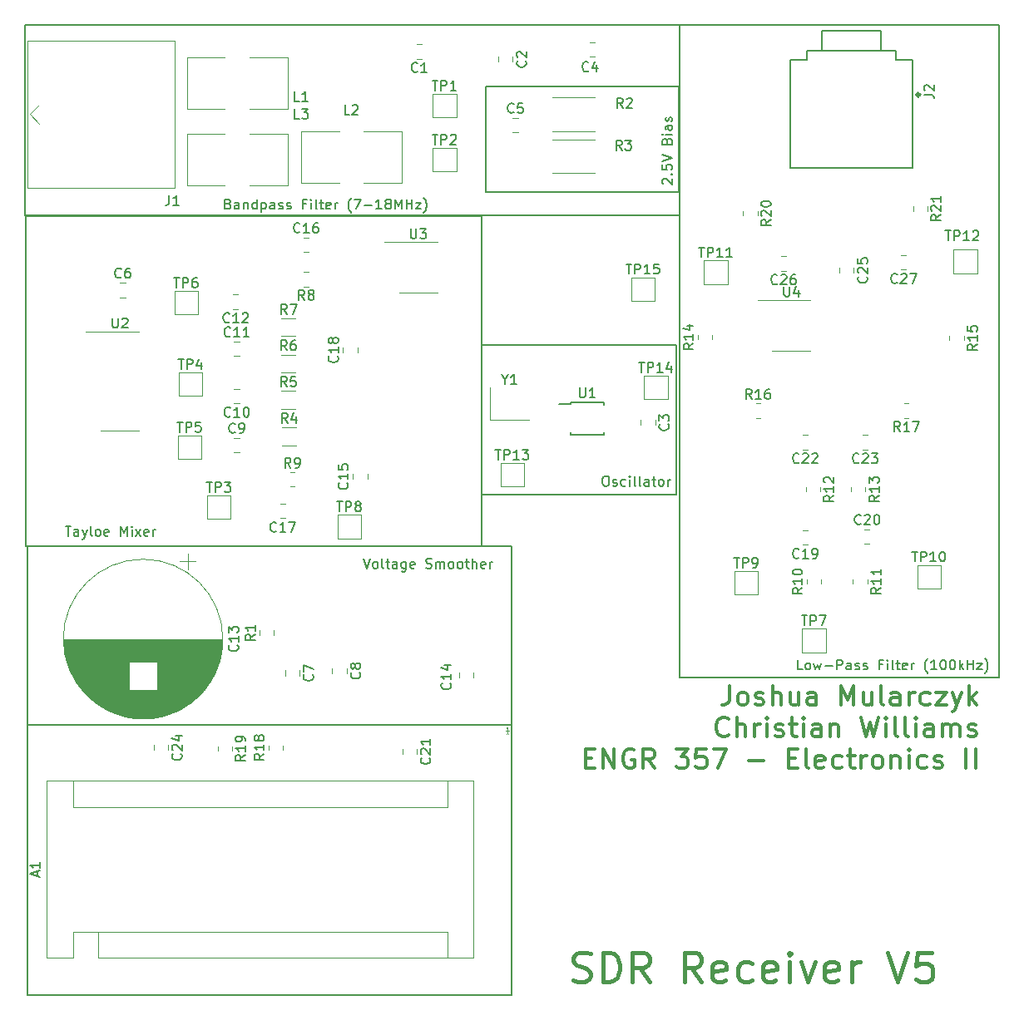
<source format=gbr>
%TF.GenerationSoftware,KiCad,Pcbnew,(6.0.4)*%
%TF.CreationDate,2022-04-28T21:28:56-07:00*%
%TF.ProjectId,Complete Schematic V4,436f6d70-6c65-4746-9520-536368656d61,rev?*%
%TF.SameCoordinates,Original*%
%TF.FileFunction,Legend,Top*%
%TF.FilePolarity,Positive*%
%FSLAX46Y46*%
G04 Gerber Fmt 4.6, Leading zero omitted, Abs format (unit mm)*
G04 Created by KiCad (PCBNEW (6.0.4)) date 2022-04-28 21:28:56*
%MOMM*%
%LPD*%
G01*
G04 APERTURE LIST*
%ADD10C,0.050000*%
%ADD11C,0.150000*%
%ADD12C,0.300000*%
%ADD13C,0.450000*%
%ADD14C,0.127000*%
%ADD15C,0.340000*%
%ADD16C,0.120000*%
G04 APERTURE END LIST*
D10*
X150590000Y-128290000D02*
X150450000Y-128290000D01*
X150610000Y-128290000D02*
X150750000Y-128290000D01*
X150590000Y-128530000D02*
X150490000Y-128660000D01*
X150700000Y-128660000D02*
X150590000Y-128520000D01*
X150590000Y-128150000D02*
X150590000Y-128530000D01*
X150690000Y-128050000D02*
G75*
G03*
X150690000Y-128050000I-100000J0D01*
G01*
D11*
X168100000Y-56400000D02*
X200600000Y-56400000D01*
X200600000Y-56400000D02*
X200600000Y-122900000D01*
X200600000Y-122900000D02*
X168100000Y-122900000D01*
X168100000Y-122900000D02*
X168100000Y-56400000D01*
X101500000Y-56400000D02*
X168100000Y-56400000D01*
X168100000Y-56400000D02*
X168100000Y-75800000D01*
X168100000Y-75800000D02*
X101500000Y-75800000D01*
X101500000Y-75800000D02*
X101500000Y-56400000D01*
X166447619Y-72604761D02*
X166400000Y-72557142D01*
X166352380Y-72461904D01*
X166352380Y-72223809D01*
X166400000Y-72128571D01*
X166447619Y-72080952D01*
X166542857Y-72033333D01*
X166638095Y-72033333D01*
X166780952Y-72080952D01*
X167352380Y-72652380D01*
X167352380Y-72033333D01*
X167257142Y-71604761D02*
X167304761Y-71557142D01*
X167352380Y-71604761D01*
X167304761Y-71652380D01*
X167257142Y-71604761D01*
X167352380Y-71604761D01*
X166352380Y-70652380D02*
X166352380Y-71128571D01*
X166828571Y-71176190D01*
X166780952Y-71128571D01*
X166733333Y-71033333D01*
X166733333Y-70795238D01*
X166780952Y-70700000D01*
X166828571Y-70652380D01*
X166923809Y-70604761D01*
X167161904Y-70604761D01*
X167257142Y-70652380D01*
X167304761Y-70700000D01*
X167352380Y-70795238D01*
X167352380Y-71033333D01*
X167304761Y-71128571D01*
X167257142Y-71176190D01*
X166352380Y-70319047D02*
X167352380Y-69985714D01*
X166352380Y-69652380D01*
X166828571Y-68223809D02*
X166876190Y-68080952D01*
X166923809Y-68033333D01*
X167019047Y-67985714D01*
X167161904Y-67985714D01*
X167257142Y-68033333D01*
X167304761Y-68080952D01*
X167352380Y-68176190D01*
X167352380Y-68557142D01*
X166352380Y-68557142D01*
X166352380Y-68223809D01*
X166400000Y-68128571D01*
X166447619Y-68080952D01*
X166542857Y-68033333D01*
X166638095Y-68033333D01*
X166733333Y-68080952D01*
X166780952Y-68128571D01*
X166828571Y-68223809D01*
X166828571Y-68557142D01*
X167352380Y-67557142D02*
X166685714Y-67557142D01*
X166352380Y-67557142D02*
X166400000Y-67604761D01*
X166447619Y-67557142D01*
X166400000Y-67509523D01*
X166352380Y-67557142D01*
X166447619Y-67557142D01*
X167352380Y-66652380D02*
X166828571Y-66652380D01*
X166733333Y-66700000D01*
X166685714Y-66795238D01*
X166685714Y-66985714D01*
X166733333Y-67080952D01*
X167304761Y-66652380D02*
X167352380Y-66747619D01*
X167352380Y-66985714D01*
X167304761Y-67080952D01*
X167209523Y-67128571D01*
X167114285Y-67128571D01*
X167019047Y-67080952D01*
X166971428Y-66985714D01*
X166971428Y-66747619D01*
X166923809Y-66652380D01*
X167304761Y-66223809D02*
X167352380Y-66128571D01*
X167352380Y-65938095D01*
X167304761Y-65842857D01*
X167209523Y-65795238D01*
X167161904Y-65795238D01*
X167066666Y-65842857D01*
X167019047Y-65938095D01*
X167019047Y-66080952D01*
X166971428Y-66176190D01*
X166876190Y-66223809D01*
X166828571Y-66223809D01*
X166733333Y-66176190D01*
X166685714Y-66080952D01*
X166685714Y-65938095D01*
X166733333Y-65842857D01*
X148400000Y-62700000D02*
X168000000Y-62700000D01*
X168000000Y-62700000D02*
X168000000Y-73400000D01*
X168000000Y-73400000D02*
X148400000Y-73400000D01*
X148400000Y-73400000D02*
X148400000Y-62700000D01*
X148000000Y-89000000D02*
X167800000Y-89000000D01*
X167800000Y-89000000D02*
X167800000Y-104200000D01*
X167800000Y-104200000D02*
X148000000Y-104200000D01*
X148000000Y-104200000D02*
X148000000Y-89000000D01*
X101600000Y-75900000D02*
X148000000Y-75900000D01*
X148000000Y-75900000D02*
X148000000Y-109500000D01*
X148000000Y-109500000D02*
X101600000Y-109500000D01*
X101600000Y-109500000D02*
X101600000Y-75900000D01*
X101700000Y-127700000D02*
X151000000Y-127700000D01*
X151000000Y-127700000D02*
X151000000Y-109500000D01*
X151000000Y-109500000D02*
X101700000Y-109500000D01*
X101700000Y-109500000D02*
X101700000Y-127700000D01*
X101700000Y-127700000D02*
X151000000Y-127700000D01*
X151000000Y-127700000D02*
X151000000Y-155200000D01*
X151000000Y-155200000D02*
X101700000Y-155200000D01*
X101700000Y-155200000D02*
X101700000Y-127700000D01*
D12*
X173181190Y-123684761D02*
X173181190Y-125113333D01*
X173085952Y-125399047D01*
X172895476Y-125589523D01*
X172609761Y-125684761D01*
X172419285Y-125684761D01*
X174419285Y-125684761D02*
X174228809Y-125589523D01*
X174133571Y-125494285D01*
X174038333Y-125303809D01*
X174038333Y-124732380D01*
X174133571Y-124541904D01*
X174228809Y-124446666D01*
X174419285Y-124351428D01*
X174705000Y-124351428D01*
X174895476Y-124446666D01*
X174990714Y-124541904D01*
X175085952Y-124732380D01*
X175085952Y-125303809D01*
X174990714Y-125494285D01*
X174895476Y-125589523D01*
X174705000Y-125684761D01*
X174419285Y-125684761D01*
X175847857Y-125589523D02*
X176038333Y-125684761D01*
X176419285Y-125684761D01*
X176609761Y-125589523D01*
X176705000Y-125399047D01*
X176705000Y-125303809D01*
X176609761Y-125113333D01*
X176419285Y-125018095D01*
X176133571Y-125018095D01*
X175943095Y-124922857D01*
X175847857Y-124732380D01*
X175847857Y-124637142D01*
X175943095Y-124446666D01*
X176133571Y-124351428D01*
X176419285Y-124351428D01*
X176609761Y-124446666D01*
X177562142Y-125684761D02*
X177562142Y-123684761D01*
X178419285Y-125684761D02*
X178419285Y-124637142D01*
X178324047Y-124446666D01*
X178133571Y-124351428D01*
X177847857Y-124351428D01*
X177657380Y-124446666D01*
X177562142Y-124541904D01*
X180228809Y-124351428D02*
X180228809Y-125684761D01*
X179371666Y-124351428D02*
X179371666Y-125399047D01*
X179466904Y-125589523D01*
X179657380Y-125684761D01*
X179943095Y-125684761D01*
X180133571Y-125589523D01*
X180228809Y-125494285D01*
X182038333Y-125684761D02*
X182038333Y-124637142D01*
X181943095Y-124446666D01*
X181752619Y-124351428D01*
X181371666Y-124351428D01*
X181181190Y-124446666D01*
X182038333Y-125589523D02*
X181847857Y-125684761D01*
X181371666Y-125684761D01*
X181181190Y-125589523D01*
X181085952Y-125399047D01*
X181085952Y-125208571D01*
X181181190Y-125018095D01*
X181371666Y-124922857D01*
X181847857Y-124922857D01*
X182038333Y-124827619D01*
X184514523Y-125684761D02*
X184514523Y-123684761D01*
X185181190Y-125113333D01*
X185847857Y-123684761D01*
X185847857Y-125684761D01*
X187657380Y-124351428D02*
X187657380Y-125684761D01*
X186800238Y-124351428D02*
X186800238Y-125399047D01*
X186895476Y-125589523D01*
X187085952Y-125684761D01*
X187371666Y-125684761D01*
X187562142Y-125589523D01*
X187657380Y-125494285D01*
X188895476Y-125684761D02*
X188705000Y-125589523D01*
X188609761Y-125399047D01*
X188609761Y-123684761D01*
X190514523Y-125684761D02*
X190514523Y-124637142D01*
X190419285Y-124446666D01*
X190228809Y-124351428D01*
X189847857Y-124351428D01*
X189657380Y-124446666D01*
X190514523Y-125589523D02*
X190324047Y-125684761D01*
X189847857Y-125684761D01*
X189657380Y-125589523D01*
X189562142Y-125399047D01*
X189562142Y-125208571D01*
X189657380Y-125018095D01*
X189847857Y-124922857D01*
X190324047Y-124922857D01*
X190514523Y-124827619D01*
X191466904Y-125684761D02*
X191466904Y-124351428D01*
X191466904Y-124732380D02*
X191562142Y-124541904D01*
X191657380Y-124446666D01*
X191847857Y-124351428D01*
X192038333Y-124351428D01*
X193562142Y-125589523D02*
X193371666Y-125684761D01*
X192990714Y-125684761D01*
X192800238Y-125589523D01*
X192705000Y-125494285D01*
X192609761Y-125303809D01*
X192609761Y-124732380D01*
X192705000Y-124541904D01*
X192800238Y-124446666D01*
X192990714Y-124351428D01*
X193371666Y-124351428D01*
X193562142Y-124446666D01*
X194228809Y-124351428D02*
X195276428Y-124351428D01*
X194228809Y-125684761D01*
X195276428Y-125684761D01*
X195847857Y-124351428D02*
X196324047Y-125684761D01*
X196800238Y-124351428D02*
X196324047Y-125684761D01*
X196133571Y-126160952D01*
X196038333Y-126256190D01*
X195847857Y-126351428D01*
X197562142Y-125684761D02*
X197562142Y-123684761D01*
X197752619Y-124922857D02*
X198324047Y-125684761D01*
X198324047Y-124351428D02*
X197562142Y-125113333D01*
X173085952Y-128714285D02*
X172990714Y-128809523D01*
X172704999Y-128904761D01*
X172514523Y-128904761D01*
X172228809Y-128809523D01*
X172038333Y-128619047D01*
X171943095Y-128428571D01*
X171847857Y-128047619D01*
X171847857Y-127761904D01*
X171943095Y-127380952D01*
X172038333Y-127190476D01*
X172228809Y-127000000D01*
X172514523Y-126904761D01*
X172704999Y-126904761D01*
X172990714Y-127000000D01*
X173085952Y-127095238D01*
X173943095Y-128904761D02*
X173943095Y-126904761D01*
X174800238Y-128904761D02*
X174800238Y-127857142D01*
X174704999Y-127666666D01*
X174514523Y-127571428D01*
X174228809Y-127571428D01*
X174038333Y-127666666D01*
X173943095Y-127761904D01*
X175752619Y-128904761D02*
X175752619Y-127571428D01*
X175752619Y-127952380D02*
X175847857Y-127761904D01*
X175943095Y-127666666D01*
X176133571Y-127571428D01*
X176324047Y-127571428D01*
X176990714Y-128904761D02*
X176990714Y-127571428D01*
X176990714Y-126904761D02*
X176895476Y-127000000D01*
X176990714Y-127095238D01*
X177085952Y-127000000D01*
X176990714Y-126904761D01*
X176990714Y-127095238D01*
X177847857Y-128809523D02*
X178038333Y-128904761D01*
X178419285Y-128904761D01*
X178609761Y-128809523D01*
X178704999Y-128619047D01*
X178704999Y-128523809D01*
X178609761Y-128333333D01*
X178419285Y-128238095D01*
X178133571Y-128238095D01*
X177943095Y-128142857D01*
X177847857Y-127952380D01*
X177847857Y-127857142D01*
X177943095Y-127666666D01*
X178133571Y-127571428D01*
X178419285Y-127571428D01*
X178609761Y-127666666D01*
X179276428Y-127571428D02*
X180038333Y-127571428D01*
X179562142Y-126904761D02*
X179562142Y-128619047D01*
X179657380Y-128809523D01*
X179847857Y-128904761D01*
X180038333Y-128904761D01*
X180704999Y-128904761D02*
X180704999Y-127571428D01*
X180704999Y-126904761D02*
X180609761Y-127000000D01*
X180704999Y-127095238D01*
X180800238Y-127000000D01*
X180704999Y-126904761D01*
X180704999Y-127095238D01*
X182514523Y-128904761D02*
X182514523Y-127857142D01*
X182419285Y-127666666D01*
X182228809Y-127571428D01*
X181847857Y-127571428D01*
X181657380Y-127666666D01*
X182514523Y-128809523D02*
X182324047Y-128904761D01*
X181847857Y-128904761D01*
X181657380Y-128809523D01*
X181562142Y-128619047D01*
X181562142Y-128428571D01*
X181657380Y-128238095D01*
X181847857Y-128142857D01*
X182324047Y-128142857D01*
X182514523Y-128047619D01*
X183466904Y-127571428D02*
X183466904Y-128904761D01*
X183466904Y-127761904D02*
X183562142Y-127666666D01*
X183752619Y-127571428D01*
X184038333Y-127571428D01*
X184228809Y-127666666D01*
X184324047Y-127857142D01*
X184324047Y-128904761D01*
X186609761Y-126904761D02*
X187085952Y-128904761D01*
X187466904Y-127476190D01*
X187847857Y-128904761D01*
X188324047Y-126904761D01*
X189085952Y-128904761D02*
X189085952Y-127571428D01*
X189085952Y-126904761D02*
X188990714Y-127000000D01*
X189085952Y-127095238D01*
X189181190Y-127000000D01*
X189085952Y-126904761D01*
X189085952Y-127095238D01*
X190324047Y-128904761D02*
X190133571Y-128809523D01*
X190038333Y-128619047D01*
X190038333Y-126904761D01*
X191371666Y-128904761D02*
X191181190Y-128809523D01*
X191085952Y-128619047D01*
X191085952Y-126904761D01*
X192133571Y-128904761D02*
X192133571Y-127571428D01*
X192133571Y-126904761D02*
X192038333Y-127000000D01*
X192133571Y-127095238D01*
X192228809Y-127000000D01*
X192133571Y-126904761D01*
X192133571Y-127095238D01*
X193943095Y-128904761D02*
X193943095Y-127857142D01*
X193847857Y-127666666D01*
X193657380Y-127571428D01*
X193276428Y-127571428D01*
X193085952Y-127666666D01*
X193943095Y-128809523D02*
X193752619Y-128904761D01*
X193276428Y-128904761D01*
X193085952Y-128809523D01*
X192990714Y-128619047D01*
X192990714Y-128428571D01*
X193085952Y-128238095D01*
X193276428Y-128142857D01*
X193752619Y-128142857D01*
X193943095Y-128047619D01*
X194895476Y-128904761D02*
X194895476Y-127571428D01*
X194895476Y-127761904D02*
X194990714Y-127666666D01*
X195181190Y-127571428D01*
X195466904Y-127571428D01*
X195657380Y-127666666D01*
X195752619Y-127857142D01*
X195752619Y-128904761D01*
X195752619Y-127857142D02*
X195847857Y-127666666D01*
X196038333Y-127571428D01*
X196324047Y-127571428D01*
X196514523Y-127666666D01*
X196609761Y-127857142D01*
X196609761Y-128904761D01*
X197466904Y-128809523D02*
X197657380Y-128904761D01*
X198038333Y-128904761D01*
X198228809Y-128809523D01*
X198324047Y-128619047D01*
X198324047Y-128523809D01*
X198228809Y-128333333D01*
X198038333Y-128238095D01*
X197752619Y-128238095D01*
X197562142Y-128142857D01*
X197466904Y-127952380D01*
X197466904Y-127857142D01*
X197562142Y-127666666D01*
X197752619Y-127571428D01*
X198038333Y-127571428D01*
X198228809Y-127666666D01*
X158514523Y-131077142D02*
X159181190Y-131077142D01*
X159466904Y-132124761D02*
X158514523Y-132124761D01*
X158514523Y-130124761D01*
X159466904Y-130124761D01*
X160324047Y-132124761D02*
X160324047Y-130124761D01*
X161466904Y-132124761D01*
X161466904Y-130124761D01*
X163466904Y-130220000D02*
X163276428Y-130124761D01*
X162990714Y-130124761D01*
X162705000Y-130220000D01*
X162514523Y-130410476D01*
X162419285Y-130600952D01*
X162324047Y-130981904D01*
X162324047Y-131267619D01*
X162419285Y-131648571D01*
X162514523Y-131839047D01*
X162705000Y-132029523D01*
X162990714Y-132124761D01*
X163181190Y-132124761D01*
X163466904Y-132029523D01*
X163562142Y-131934285D01*
X163562142Y-131267619D01*
X163181190Y-131267619D01*
X165562142Y-132124761D02*
X164895476Y-131172380D01*
X164419285Y-132124761D02*
X164419285Y-130124761D01*
X165181190Y-130124761D01*
X165371666Y-130220000D01*
X165466904Y-130315238D01*
X165562142Y-130505714D01*
X165562142Y-130791428D01*
X165466904Y-130981904D01*
X165371666Y-131077142D01*
X165181190Y-131172380D01*
X164419285Y-131172380D01*
X167752619Y-130124761D02*
X168990714Y-130124761D01*
X168324047Y-130886666D01*
X168609761Y-130886666D01*
X168800238Y-130981904D01*
X168895476Y-131077142D01*
X168990714Y-131267619D01*
X168990714Y-131743809D01*
X168895476Y-131934285D01*
X168800238Y-132029523D01*
X168609761Y-132124761D01*
X168038333Y-132124761D01*
X167847857Y-132029523D01*
X167752619Y-131934285D01*
X170800238Y-130124761D02*
X169847857Y-130124761D01*
X169752619Y-131077142D01*
X169847857Y-130981904D01*
X170038333Y-130886666D01*
X170514523Y-130886666D01*
X170705000Y-130981904D01*
X170800238Y-131077142D01*
X170895476Y-131267619D01*
X170895476Y-131743809D01*
X170800238Y-131934285D01*
X170705000Y-132029523D01*
X170514523Y-132124761D01*
X170038333Y-132124761D01*
X169847857Y-132029523D01*
X169752619Y-131934285D01*
X171562142Y-130124761D02*
X172895476Y-130124761D01*
X172038333Y-132124761D01*
X175181190Y-131362857D02*
X176705000Y-131362857D01*
X179181190Y-131077142D02*
X179847857Y-131077142D01*
X180133571Y-132124761D02*
X179181190Y-132124761D01*
X179181190Y-130124761D01*
X180133571Y-130124761D01*
X181276428Y-132124761D02*
X181085952Y-132029523D01*
X180990714Y-131839047D01*
X180990714Y-130124761D01*
X182800238Y-132029523D02*
X182609761Y-132124761D01*
X182228809Y-132124761D01*
X182038333Y-132029523D01*
X181943095Y-131839047D01*
X181943095Y-131077142D01*
X182038333Y-130886666D01*
X182228809Y-130791428D01*
X182609761Y-130791428D01*
X182800238Y-130886666D01*
X182895476Y-131077142D01*
X182895476Y-131267619D01*
X181943095Y-131458095D01*
X184609761Y-132029523D02*
X184419285Y-132124761D01*
X184038333Y-132124761D01*
X183847857Y-132029523D01*
X183752619Y-131934285D01*
X183657380Y-131743809D01*
X183657380Y-131172380D01*
X183752619Y-130981904D01*
X183847857Y-130886666D01*
X184038333Y-130791428D01*
X184419285Y-130791428D01*
X184609761Y-130886666D01*
X185181190Y-130791428D02*
X185943095Y-130791428D01*
X185466904Y-130124761D02*
X185466904Y-131839047D01*
X185562142Y-132029523D01*
X185752619Y-132124761D01*
X185943095Y-132124761D01*
X186609761Y-132124761D02*
X186609761Y-130791428D01*
X186609761Y-131172380D02*
X186705000Y-130981904D01*
X186800238Y-130886666D01*
X186990714Y-130791428D01*
X187181190Y-130791428D01*
X188133571Y-132124761D02*
X187943095Y-132029523D01*
X187847857Y-131934285D01*
X187752619Y-131743809D01*
X187752619Y-131172380D01*
X187847857Y-130981904D01*
X187943095Y-130886666D01*
X188133571Y-130791428D01*
X188419285Y-130791428D01*
X188609761Y-130886666D01*
X188705000Y-130981904D01*
X188800238Y-131172380D01*
X188800238Y-131743809D01*
X188705000Y-131934285D01*
X188609761Y-132029523D01*
X188419285Y-132124761D01*
X188133571Y-132124761D01*
X189657380Y-130791428D02*
X189657380Y-132124761D01*
X189657380Y-130981904D02*
X189752619Y-130886666D01*
X189943095Y-130791428D01*
X190228809Y-130791428D01*
X190419285Y-130886666D01*
X190514523Y-131077142D01*
X190514523Y-132124761D01*
X191466904Y-132124761D02*
X191466904Y-130791428D01*
X191466904Y-130124761D02*
X191371666Y-130220000D01*
X191466904Y-130315238D01*
X191562142Y-130220000D01*
X191466904Y-130124761D01*
X191466904Y-130315238D01*
X193276428Y-132029523D02*
X193085952Y-132124761D01*
X192705000Y-132124761D01*
X192514523Y-132029523D01*
X192419285Y-131934285D01*
X192324047Y-131743809D01*
X192324047Y-131172380D01*
X192419285Y-130981904D01*
X192514523Y-130886666D01*
X192705000Y-130791428D01*
X193085952Y-130791428D01*
X193276428Y-130886666D01*
X194038333Y-132029523D02*
X194228809Y-132124761D01*
X194609761Y-132124761D01*
X194800238Y-132029523D01*
X194895476Y-131839047D01*
X194895476Y-131743809D01*
X194800238Y-131553333D01*
X194609761Y-131458095D01*
X194324047Y-131458095D01*
X194133571Y-131362857D01*
X194038333Y-131172380D01*
X194038333Y-131077142D01*
X194133571Y-130886666D01*
X194324047Y-130791428D01*
X194609761Y-130791428D01*
X194800238Y-130886666D01*
X197276428Y-132124761D02*
X197276428Y-130124761D01*
X198228809Y-132124761D02*
X198228809Y-130124761D01*
D11*
X105604761Y-107452380D02*
X106176190Y-107452380D01*
X105890476Y-108452380D02*
X105890476Y-107452380D01*
X106938095Y-108452380D02*
X106938095Y-107928571D01*
X106890476Y-107833333D01*
X106795238Y-107785714D01*
X106604761Y-107785714D01*
X106509523Y-107833333D01*
X106938095Y-108404761D02*
X106842857Y-108452380D01*
X106604761Y-108452380D01*
X106509523Y-108404761D01*
X106461904Y-108309523D01*
X106461904Y-108214285D01*
X106509523Y-108119047D01*
X106604761Y-108071428D01*
X106842857Y-108071428D01*
X106938095Y-108023809D01*
X107319047Y-107785714D02*
X107557142Y-108452380D01*
X107795238Y-107785714D02*
X107557142Y-108452380D01*
X107461904Y-108690476D01*
X107414285Y-108738095D01*
X107319047Y-108785714D01*
X108319047Y-108452380D02*
X108223809Y-108404761D01*
X108176190Y-108309523D01*
X108176190Y-107452380D01*
X108842857Y-108452380D02*
X108747619Y-108404761D01*
X108700000Y-108357142D01*
X108652380Y-108261904D01*
X108652380Y-107976190D01*
X108700000Y-107880952D01*
X108747619Y-107833333D01*
X108842857Y-107785714D01*
X108985714Y-107785714D01*
X109080952Y-107833333D01*
X109128571Y-107880952D01*
X109176190Y-107976190D01*
X109176190Y-108261904D01*
X109128571Y-108357142D01*
X109080952Y-108404761D01*
X108985714Y-108452380D01*
X108842857Y-108452380D01*
X109985714Y-108404761D02*
X109890476Y-108452380D01*
X109700000Y-108452380D01*
X109604761Y-108404761D01*
X109557142Y-108309523D01*
X109557142Y-107928571D01*
X109604761Y-107833333D01*
X109700000Y-107785714D01*
X109890476Y-107785714D01*
X109985714Y-107833333D01*
X110033333Y-107928571D01*
X110033333Y-108023809D01*
X109557142Y-108119047D01*
X111223809Y-108452380D02*
X111223809Y-107452380D01*
X111557142Y-108166666D01*
X111890476Y-107452380D01*
X111890476Y-108452380D01*
X112366666Y-108452380D02*
X112366666Y-107785714D01*
X112366666Y-107452380D02*
X112319047Y-107500000D01*
X112366666Y-107547619D01*
X112414285Y-107500000D01*
X112366666Y-107452380D01*
X112366666Y-107547619D01*
X112747619Y-108452380D02*
X113271428Y-107785714D01*
X112747619Y-107785714D02*
X113271428Y-108452380D01*
X114033333Y-108404761D02*
X113938095Y-108452380D01*
X113747619Y-108452380D01*
X113652380Y-108404761D01*
X113604761Y-108309523D01*
X113604761Y-107928571D01*
X113652380Y-107833333D01*
X113747619Y-107785714D01*
X113938095Y-107785714D01*
X114033333Y-107833333D01*
X114080952Y-107928571D01*
X114080952Y-108023809D01*
X113604761Y-108119047D01*
X114509523Y-108452380D02*
X114509523Y-107785714D01*
X114509523Y-107976190D02*
X114557142Y-107880952D01*
X114604761Y-107833333D01*
X114700000Y-107785714D01*
X114795238Y-107785714D01*
X135928571Y-110752380D02*
X136261904Y-111752380D01*
X136595238Y-110752380D01*
X137071428Y-111752380D02*
X136976190Y-111704761D01*
X136928571Y-111657142D01*
X136880952Y-111561904D01*
X136880952Y-111276190D01*
X136928571Y-111180952D01*
X136976190Y-111133333D01*
X137071428Y-111085714D01*
X137214285Y-111085714D01*
X137309523Y-111133333D01*
X137357142Y-111180952D01*
X137404761Y-111276190D01*
X137404761Y-111561904D01*
X137357142Y-111657142D01*
X137309523Y-111704761D01*
X137214285Y-111752380D01*
X137071428Y-111752380D01*
X137976190Y-111752380D02*
X137880952Y-111704761D01*
X137833333Y-111609523D01*
X137833333Y-110752380D01*
X138214285Y-111085714D02*
X138595238Y-111085714D01*
X138357142Y-110752380D02*
X138357142Y-111609523D01*
X138404761Y-111704761D01*
X138500000Y-111752380D01*
X138595238Y-111752380D01*
X139357142Y-111752380D02*
X139357142Y-111228571D01*
X139309523Y-111133333D01*
X139214285Y-111085714D01*
X139023809Y-111085714D01*
X138928571Y-111133333D01*
X139357142Y-111704761D02*
X139261904Y-111752380D01*
X139023809Y-111752380D01*
X138928571Y-111704761D01*
X138880952Y-111609523D01*
X138880952Y-111514285D01*
X138928571Y-111419047D01*
X139023809Y-111371428D01*
X139261904Y-111371428D01*
X139357142Y-111323809D01*
X140261904Y-111085714D02*
X140261904Y-111895238D01*
X140214285Y-111990476D01*
X140166666Y-112038095D01*
X140071428Y-112085714D01*
X139928571Y-112085714D01*
X139833333Y-112038095D01*
X140261904Y-111704761D02*
X140166666Y-111752380D01*
X139976190Y-111752380D01*
X139880952Y-111704761D01*
X139833333Y-111657142D01*
X139785714Y-111561904D01*
X139785714Y-111276190D01*
X139833333Y-111180952D01*
X139880952Y-111133333D01*
X139976190Y-111085714D01*
X140166666Y-111085714D01*
X140261904Y-111133333D01*
X141119047Y-111704761D02*
X141023809Y-111752380D01*
X140833333Y-111752380D01*
X140738095Y-111704761D01*
X140690476Y-111609523D01*
X140690476Y-111228571D01*
X140738095Y-111133333D01*
X140833333Y-111085714D01*
X141023809Y-111085714D01*
X141119047Y-111133333D01*
X141166666Y-111228571D01*
X141166666Y-111323809D01*
X140690476Y-111419047D01*
X142309523Y-111704761D02*
X142452380Y-111752380D01*
X142690476Y-111752380D01*
X142785714Y-111704761D01*
X142833333Y-111657142D01*
X142880952Y-111561904D01*
X142880952Y-111466666D01*
X142833333Y-111371428D01*
X142785714Y-111323809D01*
X142690476Y-111276190D01*
X142500000Y-111228571D01*
X142404761Y-111180952D01*
X142357142Y-111133333D01*
X142309523Y-111038095D01*
X142309523Y-110942857D01*
X142357142Y-110847619D01*
X142404761Y-110800000D01*
X142500000Y-110752380D01*
X142738095Y-110752380D01*
X142880952Y-110800000D01*
X143309523Y-111752380D02*
X143309523Y-111085714D01*
X143309523Y-111180952D02*
X143357142Y-111133333D01*
X143452380Y-111085714D01*
X143595238Y-111085714D01*
X143690476Y-111133333D01*
X143738095Y-111228571D01*
X143738095Y-111752380D01*
X143738095Y-111228571D02*
X143785714Y-111133333D01*
X143880952Y-111085714D01*
X144023809Y-111085714D01*
X144119047Y-111133333D01*
X144166666Y-111228571D01*
X144166666Y-111752380D01*
X144785714Y-111752380D02*
X144690476Y-111704761D01*
X144642857Y-111657142D01*
X144595238Y-111561904D01*
X144595238Y-111276190D01*
X144642857Y-111180952D01*
X144690476Y-111133333D01*
X144785714Y-111085714D01*
X144928571Y-111085714D01*
X145023809Y-111133333D01*
X145071428Y-111180952D01*
X145119047Y-111276190D01*
X145119047Y-111561904D01*
X145071428Y-111657142D01*
X145023809Y-111704761D01*
X144928571Y-111752380D01*
X144785714Y-111752380D01*
X145690476Y-111752380D02*
X145595238Y-111704761D01*
X145547619Y-111657142D01*
X145500000Y-111561904D01*
X145500000Y-111276190D01*
X145547619Y-111180952D01*
X145595238Y-111133333D01*
X145690476Y-111085714D01*
X145833333Y-111085714D01*
X145928571Y-111133333D01*
X145976190Y-111180952D01*
X146023809Y-111276190D01*
X146023809Y-111561904D01*
X145976190Y-111657142D01*
X145928571Y-111704761D01*
X145833333Y-111752380D01*
X145690476Y-111752380D01*
X146309523Y-111085714D02*
X146690476Y-111085714D01*
X146452380Y-110752380D02*
X146452380Y-111609523D01*
X146500000Y-111704761D01*
X146595238Y-111752380D01*
X146690476Y-111752380D01*
X147023809Y-111752380D02*
X147023809Y-110752380D01*
X147452380Y-111752380D02*
X147452380Y-111228571D01*
X147404761Y-111133333D01*
X147309523Y-111085714D01*
X147166666Y-111085714D01*
X147071428Y-111133333D01*
X147023809Y-111180952D01*
X148309523Y-111704761D02*
X148214285Y-111752380D01*
X148023809Y-111752380D01*
X147928571Y-111704761D01*
X147880952Y-111609523D01*
X147880952Y-111228571D01*
X147928571Y-111133333D01*
X148023809Y-111085714D01*
X148214285Y-111085714D01*
X148309523Y-111133333D01*
X148357142Y-111228571D01*
X148357142Y-111323809D01*
X147880952Y-111419047D01*
X148785714Y-111752380D02*
X148785714Y-111085714D01*
X148785714Y-111276190D02*
X148833333Y-111180952D01*
X148880952Y-111133333D01*
X148976190Y-111085714D01*
X149071428Y-111085714D01*
X160509523Y-102352380D02*
X160700000Y-102352380D01*
X160795238Y-102400000D01*
X160890476Y-102495238D01*
X160938095Y-102685714D01*
X160938095Y-103019047D01*
X160890476Y-103209523D01*
X160795238Y-103304761D01*
X160700000Y-103352380D01*
X160509523Y-103352380D01*
X160414285Y-103304761D01*
X160319047Y-103209523D01*
X160271428Y-103019047D01*
X160271428Y-102685714D01*
X160319047Y-102495238D01*
X160414285Y-102400000D01*
X160509523Y-102352380D01*
X161319047Y-103304761D02*
X161414285Y-103352380D01*
X161604761Y-103352380D01*
X161700000Y-103304761D01*
X161747619Y-103209523D01*
X161747619Y-103161904D01*
X161700000Y-103066666D01*
X161604761Y-103019047D01*
X161461904Y-103019047D01*
X161366666Y-102971428D01*
X161319047Y-102876190D01*
X161319047Y-102828571D01*
X161366666Y-102733333D01*
X161461904Y-102685714D01*
X161604761Y-102685714D01*
X161700000Y-102733333D01*
X162604761Y-103304761D02*
X162509523Y-103352380D01*
X162319047Y-103352380D01*
X162223809Y-103304761D01*
X162176190Y-103257142D01*
X162128571Y-103161904D01*
X162128571Y-102876190D01*
X162176190Y-102780952D01*
X162223809Y-102733333D01*
X162319047Y-102685714D01*
X162509523Y-102685714D01*
X162604761Y-102733333D01*
X163033333Y-103352380D02*
X163033333Y-102685714D01*
X163033333Y-102352380D02*
X162985714Y-102400000D01*
X163033333Y-102447619D01*
X163080952Y-102400000D01*
X163033333Y-102352380D01*
X163033333Y-102447619D01*
X163652380Y-103352380D02*
X163557142Y-103304761D01*
X163509523Y-103209523D01*
X163509523Y-102352380D01*
X164176190Y-103352380D02*
X164080952Y-103304761D01*
X164033333Y-103209523D01*
X164033333Y-102352380D01*
X164985714Y-103352380D02*
X164985714Y-102828571D01*
X164938095Y-102733333D01*
X164842857Y-102685714D01*
X164652380Y-102685714D01*
X164557142Y-102733333D01*
X164985714Y-103304761D02*
X164890476Y-103352380D01*
X164652380Y-103352380D01*
X164557142Y-103304761D01*
X164509523Y-103209523D01*
X164509523Y-103114285D01*
X164557142Y-103019047D01*
X164652380Y-102971428D01*
X164890476Y-102971428D01*
X164985714Y-102923809D01*
X165319047Y-102685714D02*
X165700000Y-102685714D01*
X165461904Y-102352380D02*
X165461904Y-103209523D01*
X165509523Y-103304761D01*
X165604761Y-103352380D01*
X165700000Y-103352380D01*
X166176190Y-103352380D02*
X166080952Y-103304761D01*
X166033333Y-103257142D01*
X165985714Y-103161904D01*
X165985714Y-102876190D01*
X166033333Y-102780952D01*
X166080952Y-102733333D01*
X166176190Y-102685714D01*
X166319047Y-102685714D01*
X166414285Y-102733333D01*
X166461904Y-102780952D01*
X166509523Y-102876190D01*
X166509523Y-103161904D01*
X166461904Y-103257142D01*
X166414285Y-103304761D01*
X166319047Y-103352380D01*
X166176190Y-103352380D01*
X166938095Y-103352380D02*
X166938095Y-102685714D01*
X166938095Y-102876190D02*
X166985714Y-102780952D01*
X167033333Y-102733333D01*
X167128571Y-102685714D01*
X167223809Y-102685714D01*
X180609523Y-122052380D02*
X180133333Y-122052380D01*
X180133333Y-121052380D01*
X181085714Y-122052380D02*
X180990476Y-122004761D01*
X180942857Y-121957142D01*
X180895238Y-121861904D01*
X180895238Y-121576190D01*
X180942857Y-121480952D01*
X180990476Y-121433333D01*
X181085714Y-121385714D01*
X181228571Y-121385714D01*
X181323809Y-121433333D01*
X181371428Y-121480952D01*
X181419047Y-121576190D01*
X181419047Y-121861904D01*
X181371428Y-121957142D01*
X181323809Y-122004761D01*
X181228571Y-122052380D01*
X181085714Y-122052380D01*
X181752380Y-121385714D02*
X181942857Y-122052380D01*
X182133333Y-121576190D01*
X182323809Y-122052380D01*
X182514285Y-121385714D01*
X182895238Y-121671428D02*
X183657142Y-121671428D01*
X184133333Y-122052380D02*
X184133333Y-121052380D01*
X184514285Y-121052380D01*
X184609523Y-121100000D01*
X184657142Y-121147619D01*
X184704761Y-121242857D01*
X184704761Y-121385714D01*
X184657142Y-121480952D01*
X184609523Y-121528571D01*
X184514285Y-121576190D01*
X184133333Y-121576190D01*
X185561904Y-122052380D02*
X185561904Y-121528571D01*
X185514285Y-121433333D01*
X185419047Y-121385714D01*
X185228571Y-121385714D01*
X185133333Y-121433333D01*
X185561904Y-122004761D02*
X185466666Y-122052380D01*
X185228571Y-122052380D01*
X185133333Y-122004761D01*
X185085714Y-121909523D01*
X185085714Y-121814285D01*
X185133333Y-121719047D01*
X185228571Y-121671428D01*
X185466666Y-121671428D01*
X185561904Y-121623809D01*
X185990476Y-122004761D02*
X186085714Y-122052380D01*
X186276190Y-122052380D01*
X186371428Y-122004761D01*
X186419047Y-121909523D01*
X186419047Y-121861904D01*
X186371428Y-121766666D01*
X186276190Y-121719047D01*
X186133333Y-121719047D01*
X186038095Y-121671428D01*
X185990476Y-121576190D01*
X185990476Y-121528571D01*
X186038095Y-121433333D01*
X186133333Y-121385714D01*
X186276190Y-121385714D01*
X186371428Y-121433333D01*
X186800000Y-122004761D02*
X186895238Y-122052380D01*
X187085714Y-122052380D01*
X187180952Y-122004761D01*
X187228571Y-121909523D01*
X187228571Y-121861904D01*
X187180952Y-121766666D01*
X187085714Y-121719047D01*
X186942857Y-121719047D01*
X186847619Y-121671428D01*
X186800000Y-121576190D01*
X186800000Y-121528571D01*
X186847619Y-121433333D01*
X186942857Y-121385714D01*
X187085714Y-121385714D01*
X187180952Y-121433333D01*
X188752380Y-121528571D02*
X188419047Y-121528571D01*
X188419047Y-122052380D02*
X188419047Y-121052380D01*
X188895238Y-121052380D01*
X189276190Y-122052380D02*
X189276190Y-121385714D01*
X189276190Y-121052380D02*
X189228571Y-121100000D01*
X189276190Y-121147619D01*
X189323809Y-121100000D01*
X189276190Y-121052380D01*
X189276190Y-121147619D01*
X189895238Y-122052380D02*
X189800000Y-122004761D01*
X189752380Y-121909523D01*
X189752380Y-121052380D01*
X190133333Y-121385714D02*
X190514285Y-121385714D01*
X190276190Y-121052380D02*
X190276190Y-121909523D01*
X190323809Y-122004761D01*
X190419047Y-122052380D01*
X190514285Y-122052380D01*
X191228571Y-122004761D02*
X191133333Y-122052380D01*
X190942857Y-122052380D01*
X190847619Y-122004761D01*
X190800000Y-121909523D01*
X190800000Y-121528571D01*
X190847619Y-121433333D01*
X190942857Y-121385714D01*
X191133333Y-121385714D01*
X191228571Y-121433333D01*
X191276190Y-121528571D01*
X191276190Y-121623809D01*
X190800000Y-121719047D01*
X191704761Y-122052380D02*
X191704761Y-121385714D01*
X191704761Y-121576190D02*
X191752380Y-121480952D01*
X191800000Y-121433333D01*
X191895238Y-121385714D01*
X191990476Y-121385714D01*
X193371428Y-122433333D02*
X193323809Y-122385714D01*
X193228571Y-122242857D01*
X193180952Y-122147619D01*
X193133333Y-122004761D01*
X193085714Y-121766666D01*
X193085714Y-121576190D01*
X193133333Y-121338095D01*
X193180952Y-121195238D01*
X193228571Y-121100000D01*
X193323809Y-120957142D01*
X193371428Y-120909523D01*
X194276190Y-122052380D02*
X193704761Y-122052380D01*
X193990476Y-122052380D02*
X193990476Y-121052380D01*
X193895238Y-121195238D01*
X193800000Y-121290476D01*
X193704761Y-121338095D01*
X194895238Y-121052380D02*
X194990476Y-121052380D01*
X195085714Y-121100000D01*
X195133333Y-121147619D01*
X195180952Y-121242857D01*
X195228571Y-121433333D01*
X195228571Y-121671428D01*
X195180952Y-121861904D01*
X195133333Y-121957142D01*
X195085714Y-122004761D01*
X194990476Y-122052380D01*
X194895238Y-122052380D01*
X194800000Y-122004761D01*
X194752380Y-121957142D01*
X194704761Y-121861904D01*
X194657142Y-121671428D01*
X194657142Y-121433333D01*
X194704761Y-121242857D01*
X194752380Y-121147619D01*
X194800000Y-121100000D01*
X194895238Y-121052380D01*
X195847619Y-121052380D02*
X195942857Y-121052380D01*
X196038095Y-121100000D01*
X196085714Y-121147619D01*
X196133333Y-121242857D01*
X196180952Y-121433333D01*
X196180952Y-121671428D01*
X196133333Y-121861904D01*
X196085714Y-121957142D01*
X196038095Y-122004761D01*
X195942857Y-122052380D01*
X195847619Y-122052380D01*
X195752380Y-122004761D01*
X195704761Y-121957142D01*
X195657142Y-121861904D01*
X195609523Y-121671428D01*
X195609523Y-121433333D01*
X195657142Y-121242857D01*
X195704761Y-121147619D01*
X195752380Y-121100000D01*
X195847619Y-121052380D01*
X196609523Y-122052380D02*
X196609523Y-121052380D01*
X196704761Y-121671428D02*
X196990476Y-122052380D01*
X196990476Y-121385714D02*
X196609523Y-121766666D01*
X197419047Y-122052380D02*
X197419047Y-121052380D01*
X197419047Y-121528571D02*
X197990476Y-121528571D01*
X197990476Y-122052380D02*
X197990476Y-121052380D01*
X198371428Y-121385714D02*
X198895238Y-121385714D01*
X198371428Y-122052380D01*
X198895238Y-122052380D01*
X199180952Y-122433333D02*
X199228571Y-122385714D01*
X199323809Y-122242857D01*
X199371428Y-122147619D01*
X199419047Y-122004761D01*
X199466666Y-121766666D01*
X199466666Y-121576190D01*
X199419047Y-121338095D01*
X199371428Y-121195238D01*
X199323809Y-121100000D01*
X199228571Y-120957142D01*
X199180952Y-120909523D01*
X122171428Y-74628571D02*
X122314285Y-74676190D01*
X122361904Y-74723809D01*
X122409523Y-74819047D01*
X122409523Y-74961904D01*
X122361904Y-75057142D01*
X122314285Y-75104761D01*
X122219047Y-75152380D01*
X121838095Y-75152380D01*
X121838095Y-74152380D01*
X122171428Y-74152380D01*
X122266666Y-74200000D01*
X122314285Y-74247619D01*
X122361904Y-74342857D01*
X122361904Y-74438095D01*
X122314285Y-74533333D01*
X122266666Y-74580952D01*
X122171428Y-74628571D01*
X121838095Y-74628571D01*
X123266666Y-75152380D02*
X123266666Y-74628571D01*
X123219047Y-74533333D01*
X123123809Y-74485714D01*
X122933333Y-74485714D01*
X122838095Y-74533333D01*
X123266666Y-75104761D02*
X123171428Y-75152380D01*
X122933333Y-75152380D01*
X122838095Y-75104761D01*
X122790476Y-75009523D01*
X122790476Y-74914285D01*
X122838095Y-74819047D01*
X122933333Y-74771428D01*
X123171428Y-74771428D01*
X123266666Y-74723809D01*
X123742857Y-74485714D02*
X123742857Y-75152380D01*
X123742857Y-74580952D02*
X123790476Y-74533333D01*
X123885714Y-74485714D01*
X124028571Y-74485714D01*
X124123809Y-74533333D01*
X124171428Y-74628571D01*
X124171428Y-75152380D01*
X125076190Y-75152380D02*
X125076190Y-74152380D01*
X125076190Y-75104761D02*
X124980952Y-75152380D01*
X124790476Y-75152380D01*
X124695238Y-75104761D01*
X124647619Y-75057142D01*
X124600000Y-74961904D01*
X124600000Y-74676190D01*
X124647619Y-74580952D01*
X124695238Y-74533333D01*
X124790476Y-74485714D01*
X124980952Y-74485714D01*
X125076190Y-74533333D01*
X125552380Y-74485714D02*
X125552380Y-75485714D01*
X125552380Y-74533333D02*
X125647619Y-74485714D01*
X125838095Y-74485714D01*
X125933333Y-74533333D01*
X125980952Y-74580952D01*
X126028571Y-74676190D01*
X126028571Y-74961904D01*
X125980952Y-75057142D01*
X125933333Y-75104761D01*
X125838095Y-75152380D01*
X125647619Y-75152380D01*
X125552380Y-75104761D01*
X126885714Y-75152380D02*
X126885714Y-74628571D01*
X126838095Y-74533333D01*
X126742857Y-74485714D01*
X126552380Y-74485714D01*
X126457142Y-74533333D01*
X126885714Y-75104761D02*
X126790476Y-75152380D01*
X126552380Y-75152380D01*
X126457142Y-75104761D01*
X126409523Y-75009523D01*
X126409523Y-74914285D01*
X126457142Y-74819047D01*
X126552380Y-74771428D01*
X126790476Y-74771428D01*
X126885714Y-74723809D01*
X127314285Y-75104761D02*
X127409523Y-75152380D01*
X127600000Y-75152380D01*
X127695238Y-75104761D01*
X127742857Y-75009523D01*
X127742857Y-74961904D01*
X127695238Y-74866666D01*
X127600000Y-74819047D01*
X127457142Y-74819047D01*
X127361904Y-74771428D01*
X127314285Y-74676190D01*
X127314285Y-74628571D01*
X127361904Y-74533333D01*
X127457142Y-74485714D01*
X127600000Y-74485714D01*
X127695238Y-74533333D01*
X128123809Y-75104761D02*
X128219047Y-75152380D01*
X128409523Y-75152380D01*
X128504761Y-75104761D01*
X128552380Y-75009523D01*
X128552380Y-74961904D01*
X128504761Y-74866666D01*
X128409523Y-74819047D01*
X128266666Y-74819047D01*
X128171428Y-74771428D01*
X128123809Y-74676190D01*
X128123809Y-74628571D01*
X128171428Y-74533333D01*
X128266666Y-74485714D01*
X128409523Y-74485714D01*
X128504761Y-74533333D01*
X130076190Y-74628571D02*
X129742857Y-74628571D01*
X129742857Y-75152380D02*
X129742857Y-74152380D01*
X130219047Y-74152380D01*
X130600000Y-75152380D02*
X130600000Y-74485714D01*
X130600000Y-74152380D02*
X130552380Y-74200000D01*
X130600000Y-74247619D01*
X130647619Y-74200000D01*
X130600000Y-74152380D01*
X130600000Y-74247619D01*
X131219047Y-75152380D02*
X131123809Y-75104761D01*
X131076190Y-75009523D01*
X131076190Y-74152380D01*
X131457142Y-74485714D02*
X131838095Y-74485714D01*
X131600000Y-74152380D02*
X131600000Y-75009523D01*
X131647619Y-75104761D01*
X131742857Y-75152380D01*
X131838095Y-75152380D01*
X132552380Y-75104761D02*
X132457142Y-75152380D01*
X132266666Y-75152380D01*
X132171428Y-75104761D01*
X132123809Y-75009523D01*
X132123809Y-74628571D01*
X132171428Y-74533333D01*
X132266666Y-74485714D01*
X132457142Y-74485714D01*
X132552380Y-74533333D01*
X132600000Y-74628571D01*
X132600000Y-74723809D01*
X132123809Y-74819047D01*
X133028571Y-75152380D02*
X133028571Y-74485714D01*
X133028571Y-74676190D02*
X133076190Y-74580952D01*
X133123809Y-74533333D01*
X133219047Y-74485714D01*
X133314285Y-74485714D01*
X134695238Y-75533333D02*
X134647619Y-75485714D01*
X134552380Y-75342857D01*
X134504761Y-75247619D01*
X134457142Y-75104761D01*
X134409523Y-74866666D01*
X134409523Y-74676190D01*
X134457142Y-74438095D01*
X134504761Y-74295238D01*
X134552380Y-74200000D01*
X134647619Y-74057142D01*
X134695238Y-74009523D01*
X134980952Y-74152380D02*
X135647619Y-74152380D01*
X135219047Y-75152380D01*
X136028571Y-74771428D02*
X136790476Y-74771428D01*
X137790476Y-75152380D02*
X137219047Y-75152380D01*
X137504761Y-75152380D02*
X137504761Y-74152380D01*
X137409523Y-74295238D01*
X137314285Y-74390476D01*
X137219047Y-74438095D01*
X138361904Y-74580952D02*
X138266666Y-74533333D01*
X138219047Y-74485714D01*
X138171428Y-74390476D01*
X138171428Y-74342857D01*
X138219047Y-74247619D01*
X138266666Y-74200000D01*
X138361904Y-74152380D01*
X138552380Y-74152380D01*
X138647619Y-74200000D01*
X138695238Y-74247619D01*
X138742857Y-74342857D01*
X138742857Y-74390476D01*
X138695238Y-74485714D01*
X138647619Y-74533333D01*
X138552380Y-74580952D01*
X138361904Y-74580952D01*
X138266666Y-74628571D01*
X138219047Y-74676190D01*
X138171428Y-74771428D01*
X138171428Y-74961904D01*
X138219047Y-75057142D01*
X138266666Y-75104761D01*
X138361904Y-75152380D01*
X138552380Y-75152380D01*
X138647619Y-75104761D01*
X138695238Y-75057142D01*
X138742857Y-74961904D01*
X138742857Y-74771428D01*
X138695238Y-74676190D01*
X138647619Y-74628571D01*
X138552380Y-74580952D01*
X139171428Y-75152380D02*
X139171428Y-74152380D01*
X139504761Y-74866666D01*
X139838095Y-74152380D01*
X139838095Y-75152380D01*
X140314285Y-75152380D02*
X140314285Y-74152380D01*
X140314285Y-74628571D02*
X140885714Y-74628571D01*
X140885714Y-75152380D02*
X140885714Y-74152380D01*
X141266666Y-74485714D02*
X141790476Y-74485714D01*
X141266666Y-75152380D01*
X141790476Y-75152380D01*
X142076190Y-75533333D02*
X142123809Y-75485714D01*
X142219047Y-75342857D01*
X142266666Y-75247619D01*
X142314285Y-75104761D01*
X142361904Y-74866666D01*
X142361904Y-74676190D01*
X142314285Y-74438095D01*
X142266666Y-74295238D01*
X142219047Y-74200000D01*
X142123809Y-74057142D01*
X142076190Y-74009523D01*
D13*
X157314285Y-153714285D02*
X157742857Y-153857142D01*
X158457142Y-153857142D01*
X158742857Y-153714285D01*
X158885714Y-153571428D01*
X159028571Y-153285714D01*
X159028571Y-153000000D01*
X158885714Y-152714285D01*
X158742857Y-152571428D01*
X158457142Y-152428571D01*
X157885714Y-152285714D01*
X157600000Y-152142857D01*
X157457142Y-152000000D01*
X157314285Y-151714285D01*
X157314285Y-151428571D01*
X157457142Y-151142857D01*
X157600000Y-151000000D01*
X157885714Y-150857142D01*
X158600000Y-150857142D01*
X159028571Y-151000000D01*
X160314285Y-153857142D02*
X160314285Y-150857142D01*
X161028571Y-150857142D01*
X161457142Y-151000000D01*
X161742857Y-151285714D01*
X161885714Y-151571428D01*
X162028571Y-152142857D01*
X162028571Y-152571428D01*
X161885714Y-153142857D01*
X161742857Y-153428571D01*
X161457142Y-153714285D01*
X161028571Y-153857142D01*
X160314285Y-153857142D01*
X165028571Y-153857142D02*
X164028571Y-152428571D01*
X163314285Y-153857142D02*
X163314285Y-150857142D01*
X164457142Y-150857142D01*
X164742857Y-151000000D01*
X164885714Y-151142857D01*
X165028571Y-151428571D01*
X165028571Y-151857142D01*
X164885714Y-152142857D01*
X164742857Y-152285714D01*
X164457142Y-152428571D01*
X163314285Y-152428571D01*
X170314285Y-153857142D02*
X169314285Y-152428571D01*
X168600000Y-153857142D02*
X168600000Y-150857142D01*
X169742857Y-150857142D01*
X170028571Y-151000000D01*
X170171428Y-151142857D01*
X170314285Y-151428571D01*
X170314285Y-151857142D01*
X170171428Y-152142857D01*
X170028571Y-152285714D01*
X169742857Y-152428571D01*
X168600000Y-152428571D01*
X172742857Y-153714285D02*
X172457142Y-153857142D01*
X171885714Y-153857142D01*
X171600000Y-153714285D01*
X171457142Y-153428571D01*
X171457142Y-152285714D01*
X171600000Y-152000000D01*
X171885714Y-151857142D01*
X172457142Y-151857142D01*
X172742857Y-152000000D01*
X172885714Y-152285714D01*
X172885714Y-152571428D01*
X171457142Y-152857142D01*
X175457142Y-153714285D02*
X175171428Y-153857142D01*
X174600000Y-153857142D01*
X174314285Y-153714285D01*
X174171428Y-153571428D01*
X174028571Y-153285714D01*
X174028571Y-152428571D01*
X174171428Y-152142857D01*
X174314285Y-152000000D01*
X174600000Y-151857142D01*
X175171428Y-151857142D01*
X175457142Y-152000000D01*
X177885714Y-153714285D02*
X177600000Y-153857142D01*
X177028571Y-153857142D01*
X176742857Y-153714285D01*
X176600000Y-153428571D01*
X176600000Y-152285714D01*
X176742857Y-152000000D01*
X177028571Y-151857142D01*
X177600000Y-151857142D01*
X177885714Y-152000000D01*
X178028571Y-152285714D01*
X178028571Y-152571428D01*
X176600000Y-152857142D01*
X179314285Y-153857142D02*
X179314285Y-151857142D01*
X179314285Y-150857142D02*
X179171428Y-151000000D01*
X179314285Y-151142857D01*
X179457142Y-151000000D01*
X179314285Y-150857142D01*
X179314285Y-151142857D01*
X180457142Y-151857142D02*
X181171428Y-153857142D01*
X181885714Y-151857142D01*
X184171428Y-153714285D02*
X183885714Y-153857142D01*
X183314285Y-153857142D01*
X183028571Y-153714285D01*
X182885714Y-153428571D01*
X182885714Y-152285714D01*
X183028571Y-152000000D01*
X183314285Y-151857142D01*
X183885714Y-151857142D01*
X184171428Y-152000000D01*
X184314285Y-152285714D01*
X184314285Y-152571428D01*
X182885714Y-152857142D01*
X185600000Y-153857142D02*
X185600000Y-151857142D01*
X185600000Y-152428571D02*
X185742857Y-152142857D01*
X185885714Y-152000000D01*
X186171428Y-151857142D01*
X186457142Y-151857142D01*
X189314285Y-150857142D02*
X190314285Y-153857142D01*
X191314285Y-150857142D01*
X193742857Y-150857142D02*
X192314285Y-150857142D01*
X192171428Y-152285714D01*
X192314285Y-152142857D01*
X192600000Y-152000000D01*
X193314285Y-152000000D01*
X193600000Y-152142857D01*
X193742857Y-152285714D01*
X193885714Y-152571428D01*
X193885714Y-153285714D01*
X193742857Y-153571428D01*
X193600000Y-153714285D01*
X193314285Y-153857142D01*
X192600000Y-153857142D01*
X192314285Y-153714285D01*
X192171428Y-153571428D01*
D11*
%TO.C,J2*%
X192990780Y-63508325D02*
X193705392Y-63508325D01*
X193848315Y-63555966D01*
X193943596Y-63651248D01*
X193991237Y-63794170D01*
X193991237Y-63889452D01*
X193086062Y-63079558D02*
X193038421Y-63031917D01*
X192990780Y-62936635D01*
X192990780Y-62698431D01*
X193038421Y-62603150D01*
X193086062Y-62555509D01*
X193181343Y-62507868D01*
X193276625Y-62507868D01*
X193419547Y-62555509D01*
X193991237Y-63127199D01*
X193991237Y-62507868D01*
%TO.C,R9*%
X128533333Y-101502380D02*
X128200000Y-101026190D01*
X127961904Y-101502380D02*
X127961904Y-100502380D01*
X128342857Y-100502380D01*
X128438095Y-100550000D01*
X128485714Y-100597619D01*
X128533333Y-100692857D01*
X128533333Y-100835714D01*
X128485714Y-100930952D01*
X128438095Y-100978571D01*
X128342857Y-101026190D01*
X127961904Y-101026190D01*
X129009523Y-101502380D02*
X129200000Y-101502380D01*
X129295238Y-101454761D01*
X129342857Y-101407142D01*
X129438095Y-101264285D01*
X129485714Y-101073809D01*
X129485714Y-100692857D01*
X129438095Y-100597619D01*
X129390476Y-100550000D01*
X129295238Y-100502380D01*
X129104761Y-100502380D01*
X129009523Y-100550000D01*
X128961904Y-100597619D01*
X128914285Y-100692857D01*
X128914285Y-100930952D01*
X128961904Y-101026190D01*
X129009523Y-101073809D01*
X129104761Y-101121428D01*
X129295238Y-101121428D01*
X129390476Y-101073809D01*
X129438095Y-101026190D01*
X129485714Y-100930952D01*
%TO.C,R8*%
X129933333Y-84402380D02*
X129600000Y-83926190D01*
X129361904Y-84402380D02*
X129361904Y-83402380D01*
X129742857Y-83402380D01*
X129838095Y-83450000D01*
X129885714Y-83497619D01*
X129933333Y-83592857D01*
X129933333Y-83735714D01*
X129885714Y-83830952D01*
X129838095Y-83878571D01*
X129742857Y-83926190D01*
X129361904Y-83926190D01*
X130504761Y-83830952D02*
X130409523Y-83783333D01*
X130361904Y-83735714D01*
X130314285Y-83640476D01*
X130314285Y-83592857D01*
X130361904Y-83497619D01*
X130409523Y-83450000D01*
X130504761Y-83402380D01*
X130695238Y-83402380D01*
X130790476Y-83450000D01*
X130838095Y-83497619D01*
X130885714Y-83592857D01*
X130885714Y-83640476D01*
X130838095Y-83735714D01*
X130790476Y-83783333D01*
X130695238Y-83830952D01*
X130504761Y-83830952D01*
X130409523Y-83878571D01*
X130361904Y-83926190D01*
X130314285Y-84021428D01*
X130314285Y-84211904D01*
X130361904Y-84307142D01*
X130409523Y-84354761D01*
X130504761Y-84402380D01*
X130695238Y-84402380D01*
X130790476Y-84354761D01*
X130838095Y-84307142D01*
X130885714Y-84211904D01*
X130885714Y-84021428D01*
X130838095Y-83926190D01*
X130790476Y-83878571D01*
X130695238Y-83830952D01*
%TO.C,L1*%
X129433333Y-64152380D02*
X128957142Y-64152380D01*
X128957142Y-63152380D01*
X130290476Y-64152380D02*
X129719047Y-64152380D01*
X130004761Y-64152380D02*
X130004761Y-63152380D01*
X129909523Y-63295238D01*
X129814285Y-63390476D01*
X129719047Y-63438095D01*
%TO.C,L2*%
X134533333Y-65562380D02*
X134057142Y-65562380D01*
X134057142Y-64562380D01*
X134819047Y-64657619D02*
X134866666Y-64610000D01*
X134961904Y-64562380D01*
X135200000Y-64562380D01*
X135295238Y-64610000D01*
X135342857Y-64657619D01*
X135390476Y-64752857D01*
X135390476Y-64848095D01*
X135342857Y-64990952D01*
X134771428Y-65562380D01*
X135390476Y-65562380D01*
%TO.C,L3*%
X129433333Y-65952380D02*
X128957142Y-65952380D01*
X128957142Y-64952380D01*
X129671428Y-64952380D02*
X130290476Y-64952380D01*
X129957142Y-65333333D01*
X130100000Y-65333333D01*
X130195238Y-65380952D01*
X130242857Y-65428571D01*
X130290476Y-65523809D01*
X130290476Y-65761904D01*
X130242857Y-65857142D01*
X130195238Y-65904761D01*
X130100000Y-65952380D01*
X129814285Y-65952380D01*
X129719047Y-65904761D01*
X129671428Y-65857142D01*
%TO.C,C13*%
X123107142Y-119580103D02*
X123154761Y-119627722D01*
X123202380Y-119770579D01*
X123202380Y-119865817D01*
X123154761Y-120008674D01*
X123059523Y-120103912D01*
X122964285Y-120151531D01*
X122773809Y-120199150D01*
X122630952Y-120199150D01*
X122440476Y-120151531D01*
X122345238Y-120103912D01*
X122250000Y-120008674D01*
X122202380Y-119865817D01*
X122202380Y-119770579D01*
X122250000Y-119627722D01*
X122297619Y-119580103D01*
X123202380Y-118627722D02*
X123202380Y-119199150D01*
X123202380Y-118913436D02*
X122202380Y-118913436D01*
X122345238Y-119008674D01*
X122440476Y-119103912D01*
X122488095Y-119199150D01*
X122202380Y-118294388D02*
X122202380Y-117675341D01*
X122583333Y-118008674D01*
X122583333Y-117865817D01*
X122630952Y-117770579D01*
X122678571Y-117722960D01*
X122773809Y-117675341D01*
X123011904Y-117675341D01*
X123107142Y-117722960D01*
X123154761Y-117770579D01*
X123202380Y-117865817D01*
X123202380Y-118151531D01*
X123154761Y-118246769D01*
X123107142Y-118294388D01*
%TO.C,R1*%
X124902380Y-118466666D02*
X124426190Y-118800000D01*
X124902380Y-119038095D02*
X123902380Y-119038095D01*
X123902380Y-118657142D01*
X123950000Y-118561904D01*
X123997619Y-118514285D01*
X124092857Y-118466666D01*
X124235714Y-118466666D01*
X124330952Y-118514285D01*
X124378571Y-118561904D01*
X124426190Y-118657142D01*
X124426190Y-119038095D01*
X124902380Y-117514285D02*
X124902380Y-118085714D01*
X124902380Y-117800000D02*
X123902380Y-117800000D01*
X124045238Y-117895238D01*
X124140476Y-117990476D01*
X124188095Y-118085714D01*
%TO.C,TP13*%
X149361904Y-99654380D02*
X149933333Y-99654380D01*
X149647619Y-100654380D02*
X149647619Y-99654380D01*
X150266666Y-100654380D02*
X150266666Y-99654380D01*
X150647619Y-99654380D01*
X150742857Y-99702000D01*
X150790476Y-99749619D01*
X150838095Y-99844857D01*
X150838095Y-99987714D01*
X150790476Y-100082952D01*
X150742857Y-100130571D01*
X150647619Y-100178190D01*
X150266666Y-100178190D01*
X151790476Y-100654380D02*
X151219047Y-100654380D01*
X151504761Y-100654380D02*
X151504761Y-99654380D01*
X151409523Y-99797238D01*
X151314285Y-99892476D01*
X151219047Y-99940095D01*
X152123809Y-99654380D02*
X152742857Y-99654380D01*
X152409523Y-100035333D01*
X152552380Y-100035333D01*
X152647619Y-100082952D01*
X152695238Y-100130571D01*
X152742857Y-100225809D01*
X152742857Y-100463904D01*
X152695238Y-100559142D01*
X152647619Y-100606761D01*
X152552380Y-100654380D01*
X152266666Y-100654380D01*
X152171428Y-100606761D01*
X152123809Y-100559142D01*
%TO.C,TP14*%
X163961904Y-90754380D02*
X164533333Y-90754380D01*
X164247619Y-91754380D02*
X164247619Y-90754380D01*
X164866666Y-91754380D02*
X164866666Y-90754380D01*
X165247619Y-90754380D01*
X165342857Y-90802000D01*
X165390476Y-90849619D01*
X165438095Y-90944857D01*
X165438095Y-91087714D01*
X165390476Y-91182952D01*
X165342857Y-91230571D01*
X165247619Y-91278190D01*
X164866666Y-91278190D01*
X166390476Y-91754380D02*
X165819047Y-91754380D01*
X166104761Y-91754380D02*
X166104761Y-90754380D01*
X166009523Y-90897238D01*
X165914285Y-90992476D01*
X165819047Y-91040095D01*
X167247619Y-91087714D02*
X167247619Y-91754380D01*
X167009523Y-90706761D02*
X166771428Y-91421047D01*
X167390476Y-91421047D01*
%TO.C,TP15*%
X162661904Y-80754380D02*
X163233333Y-80754380D01*
X162947619Y-81754380D02*
X162947619Y-80754380D01*
X163566666Y-81754380D02*
X163566666Y-80754380D01*
X163947619Y-80754380D01*
X164042857Y-80802000D01*
X164090476Y-80849619D01*
X164138095Y-80944857D01*
X164138095Y-81087714D01*
X164090476Y-81182952D01*
X164042857Y-81230571D01*
X163947619Y-81278190D01*
X163566666Y-81278190D01*
X165090476Y-81754380D02*
X164519047Y-81754380D01*
X164804761Y-81754380D02*
X164804761Y-80754380D01*
X164709523Y-80897238D01*
X164614285Y-80992476D01*
X164519047Y-81040095D01*
X165995238Y-80754380D02*
X165519047Y-80754380D01*
X165471428Y-81230571D01*
X165519047Y-81182952D01*
X165614285Y-81135333D01*
X165852380Y-81135333D01*
X165947619Y-81182952D01*
X165995238Y-81230571D01*
X166042857Y-81325809D01*
X166042857Y-81563904D01*
X165995238Y-81659142D01*
X165947619Y-81706761D01*
X165852380Y-81754380D01*
X165614285Y-81754380D01*
X165519047Y-81706761D01*
X165471428Y-81659142D01*
%TO.C,C17*%
X127057142Y-107937142D02*
X127009523Y-107984761D01*
X126866666Y-108032380D01*
X126771428Y-108032380D01*
X126628571Y-107984761D01*
X126533333Y-107889523D01*
X126485714Y-107794285D01*
X126438095Y-107603809D01*
X126438095Y-107460952D01*
X126485714Y-107270476D01*
X126533333Y-107175238D01*
X126628571Y-107080000D01*
X126771428Y-107032380D01*
X126866666Y-107032380D01*
X127009523Y-107080000D01*
X127057142Y-107127619D01*
X128009523Y-108032380D02*
X127438095Y-108032380D01*
X127723809Y-108032380D02*
X127723809Y-107032380D01*
X127628571Y-107175238D01*
X127533333Y-107270476D01*
X127438095Y-107318095D01*
X128342857Y-107032380D02*
X129009523Y-107032380D01*
X128580952Y-108032380D01*
%TO.C,TP12*%
X195161904Y-77354380D02*
X195733333Y-77354380D01*
X195447619Y-78354380D02*
X195447619Y-77354380D01*
X196066666Y-78354380D02*
X196066666Y-77354380D01*
X196447619Y-77354380D01*
X196542857Y-77402000D01*
X196590476Y-77449619D01*
X196638095Y-77544857D01*
X196638095Y-77687714D01*
X196590476Y-77782952D01*
X196542857Y-77830571D01*
X196447619Y-77878190D01*
X196066666Y-77878190D01*
X197590476Y-78354380D02*
X197019047Y-78354380D01*
X197304761Y-78354380D02*
X197304761Y-77354380D01*
X197209523Y-77497238D01*
X197114285Y-77592476D01*
X197019047Y-77640095D01*
X197971428Y-77449619D02*
X198019047Y-77402000D01*
X198114285Y-77354380D01*
X198352380Y-77354380D01*
X198447619Y-77402000D01*
X198495238Y-77449619D01*
X198542857Y-77544857D01*
X198542857Y-77640095D01*
X198495238Y-77782952D01*
X197923809Y-78354380D01*
X198542857Y-78354380D01*
%TO.C,R21*%
X194702380Y-75742857D02*
X194226190Y-76076190D01*
X194702380Y-76314285D02*
X193702380Y-76314285D01*
X193702380Y-75933333D01*
X193750000Y-75838095D01*
X193797619Y-75790476D01*
X193892857Y-75742857D01*
X194035714Y-75742857D01*
X194130952Y-75790476D01*
X194178571Y-75838095D01*
X194226190Y-75933333D01*
X194226190Y-76314285D01*
X193797619Y-75361904D02*
X193750000Y-75314285D01*
X193702380Y-75219047D01*
X193702380Y-74980952D01*
X193750000Y-74885714D01*
X193797619Y-74838095D01*
X193892857Y-74790476D01*
X193988095Y-74790476D01*
X194130952Y-74838095D01*
X194702380Y-75409523D01*
X194702380Y-74790476D01*
X194702380Y-73838095D02*
X194702380Y-74409523D01*
X194702380Y-74123809D02*
X193702380Y-74123809D01*
X193845238Y-74219047D01*
X193940476Y-74314285D01*
X193988095Y-74409523D01*
%TO.C,TP2*%
X142938095Y-67554380D02*
X143509523Y-67554380D01*
X143223809Y-68554380D02*
X143223809Y-67554380D01*
X143842857Y-68554380D02*
X143842857Y-67554380D01*
X144223809Y-67554380D01*
X144319047Y-67602000D01*
X144366666Y-67649619D01*
X144414285Y-67744857D01*
X144414285Y-67887714D01*
X144366666Y-67982952D01*
X144319047Y-68030571D01*
X144223809Y-68078190D01*
X143842857Y-68078190D01*
X144795238Y-67649619D02*
X144842857Y-67602000D01*
X144938095Y-67554380D01*
X145176190Y-67554380D01*
X145271428Y-67602000D01*
X145319047Y-67649619D01*
X145366666Y-67744857D01*
X145366666Y-67840095D01*
X145319047Y-67982952D01*
X144747619Y-68554380D01*
X145366666Y-68554380D01*
%TO.C,TP9*%
X173638095Y-110654380D02*
X174209523Y-110654380D01*
X173923809Y-111654380D02*
X173923809Y-110654380D01*
X174542857Y-111654380D02*
X174542857Y-110654380D01*
X174923809Y-110654380D01*
X175019047Y-110702000D01*
X175066666Y-110749619D01*
X175114285Y-110844857D01*
X175114285Y-110987714D01*
X175066666Y-111082952D01*
X175019047Y-111130571D01*
X174923809Y-111178190D01*
X174542857Y-111178190D01*
X175590476Y-111654380D02*
X175780952Y-111654380D01*
X175876190Y-111606761D01*
X175923809Y-111559142D01*
X176019047Y-111416285D01*
X176066666Y-111225809D01*
X176066666Y-110844857D01*
X176019047Y-110749619D01*
X175971428Y-110702000D01*
X175876190Y-110654380D01*
X175685714Y-110654380D01*
X175590476Y-110702000D01*
X175542857Y-110749619D01*
X175495238Y-110844857D01*
X175495238Y-111082952D01*
X175542857Y-111178190D01*
X175590476Y-111225809D01*
X175685714Y-111273428D01*
X175876190Y-111273428D01*
X175971428Y-111225809D01*
X176019047Y-111178190D01*
X176066666Y-111082952D01*
%TO.C,A1*%
X102736666Y-143104285D02*
X102736666Y-142628095D01*
X103022380Y-143199523D02*
X102022380Y-142866190D01*
X103022380Y-142532857D01*
X103022380Y-141675714D02*
X103022380Y-142247142D01*
X103022380Y-141961428D02*
X102022380Y-141961428D01*
X102165238Y-142056666D01*
X102260476Y-142151904D01*
X102308095Y-142247142D01*
%TO.C,C20*%
X186557142Y-107177142D02*
X186509523Y-107224761D01*
X186366666Y-107272380D01*
X186271428Y-107272380D01*
X186128571Y-107224761D01*
X186033333Y-107129523D01*
X185985714Y-107034285D01*
X185938095Y-106843809D01*
X185938095Y-106700952D01*
X185985714Y-106510476D01*
X186033333Y-106415238D01*
X186128571Y-106320000D01*
X186271428Y-106272380D01*
X186366666Y-106272380D01*
X186509523Y-106320000D01*
X186557142Y-106367619D01*
X186938095Y-106367619D02*
X186985714Y-106320000D01*
X187080952Y-106272380D01*
X187319047Y-106272380D01*
X187414285Y-106320000D01*
X187461904Y-106367619D01*
X187509523Y-106462857D01*
X187509523Y-106558095D01*
X187461904Y-106700952D01*
X186890476Y-107272380D01*
X187509523Y-107272380D01*
X188128571Y-106272380D02*
X188223809Y-106272380D01*
X188319047Y-106320000D01*
X188366666Y-106367619D01*
X188414285Y-106462857D01*
X188461904Y-106653333D01*
X188461904Y-106891428D01*
X188414285Y-107081904D01*
X188366666Y-107177142D01*
X188319047Y-107224761D01*
X188223809Y-107272380D01*
X188128571Y-107272380D01*
X188033333Y-107224761D01*
X187985714Y-107177142D01*
X187938095Y-107081904D01*
X187890476Y-106891428D01*
X187890476Y-106653333D01*
X187938095Y-106462857D01*
X187985714Y-106367619D01*
X188033333Y-106320000D01*
X188128571Y-106272380D01*
%TO.C,C27*%
X190257142Y-82637142D02*
X190209523Y-82684761D01*
X190066666Y-82732380D01*
X189971428Y-82732380D01*
X189828571Y-82684761D01*
X189733333Y-82589523D01*
X189685714Y-82494285D01*
X189638095Y-82303809D01*
X189638095Y-82160952D01*
X189685714Y-81970476D01*
X189733333Y-81875238D01*
X189828571Y-81780000D01*
X189971428Y-81732380D01*
X190066666Y-81732380D01*
X190209523Y-81780000D01*
X190257142Y-81827619D01*
X190638095Y-81827619D02*
X190685714Y-81780000D01*
X190780952Y-81732380D01*
X191019047Y-81732380D01*
X191114285Y-81780000D01*
X191161904Y-81827619D01*
X191209523Y-81922857D01*
X191209523Y-82018095D01*
X191161904Y-82160952D01*
X190590476Y-82732380D01*
X191209523Y-82732380D01*
X191542857Y-81732380D02*
X192209523Y-81732380D01*
X191780952Y-82732380D01*
%TO.C,R13*%
X188402380Y-104342857D02*
X187926190Y-104676190D01*
X188402380Y-104914285D02*
X187402380Y-104914285D01*
X187402380Y-104533333D01*
X187450000Y-104438095D01*
X187497619Y-104390476D01*
X187592857Y-104342857D01*
X187735714Y-104342857D01*
X187830952Y-104390476D01*
X187878571Y-104438095D01*
X187926190Y-104533333D01*
X187926190Y-104914285D01*
X188402380Y-103390476D02*
X188402380Y-103961904D01*
X188402380Y-103676190D02*
X187402380Y-103676190D01*
X187545238Y-103771428D01*
X187640476Y-103866666D01*
X187688095Y-103961904D01*
X187402380Y-103057142D02*
X187402380Y-102438095D01*
X187783333Y-102771428D01*
X187783333Y-102628571D01*
X187830952Y-102533333D01*
X187878571Y-102485714D01*
X187973809Y-102438095D01*
X188211904Y-102438095D01*
X188307142Y-102485714D01*
X188354761Y-102533333D01*
X188402380Y-102628571D01*
X188402380Y-102914285D01*
X188354761Y-103009523D01*
X188307142Y-103057142D01*
%TO.C,TP5*%
X116975595Y-96854380D02*
X117547023Y-96854380D01*
X117261309Y-97854380D02*
X117261309Y-96854380D01*
X117880357Y-97854380D02*
X117880357Y-96854380D01*
X118261309Y-96854380D01*
X118356547Y-96902000D01*
X118404166Y-96949619D01*
X118451785Y-97044857D01*
X118451785Y-97187714D01*
X118404166Y-97282952D01*
X118356547Y-97330571D01*
X118261309Y-97378190D01*
X117880357Y-97378190D01*
X119356547Y-96854380D02*
X118880357Y-96854380D01*
X118832738Y-97330571D01*
X118880357Y-97282952D01*
X118975595Y-97235333D01*
X119213690Y-97235333D01*
X119308928Y-97282952D01*
X119356547Y-97330571D01*
X119404166Y-97425809D01*
X119404166Y-97663904D01*
X119356547Y-97759142D01*
X119308928Y-97806761D01*
X119213690Y-97854380D01*
X118975595Y-97854380D01*
X118880357Y-97806761D01*
X118832738Y-97759142D01*
%TO.C,C2*%
X152437142Y-60066666D02*
X152484761Y-60114285D01*
X152532380Y-60257142D01*
X152532380Y-60352380D01*
X152484761Y-60495238D01*
X152389523Y-60590476D01*
X152294285Y-60638095D01*
X152103809Y-60685714D01*
X151960952Y-60685714D01*
X151770476Y-60638095D01*
X151675238Y-60590476D01*
X151580000Y-60495238D01*
X151532380Y-60352380D01*
X151532380Y-60257142D01*
X151580000Y-60114285D01*
X151627619Y-60066666D01*
X151627619Y-59685714D02*
X151580000Y-59638095D01*
X151532380Y-59542857D01*
X151532380Y-59304761D01*
X151580000Y-59209523D01*
X151627619Y-59161904D01*
X151722857Y-59114285D01*
X151818095Y-59114285D01*
X151960952Y-59161904D01*
X152532380Y-59733333D01*
X152532380Y-59114285D01*
%TO.C,C14*%
X144757142Y-123442857D02*
X144804761Y-123490476D01*
X144852380Y-123633333D01*
X144852380Y-123728571D01*
X144804761Y-123871428D01*
X144709523Y-123966666D01*
X144614285Y-124014285D01*
X144423809Y-124061904D01*
X144280952Y-124061904D01*
X144090476Y-124014285D01*
X143995238Y-123966666D01*
X143900000Y-123871428D01*
X143852380Y-123728571D01*
X143852380Y-123633333D01*
X143900000Y-123490476D01*
X143947619Y-123442857D01*
X144852380Y-122490476D02*
X144852380Y-123061904D01*
X144852380Y-122776190D02*
X143852380Y-122776190D01*
X143995238Y-122871428D01*
X144090476Y-122966666D01*
X144138095Y-123061904D01*
X144185714Y-121633333D02*
X144852380Y-121633333D01*
X143804761Y-121871428D02*
X144519047Y-122109523D01*
X144519047Y-121490476D01*
%TO.C,R5*%
X128133333Y-93232380D02*
X127800000Y-92756190D01*
X127561904Y-93232380D02*
X127561904Y-92232380D01*
X127942857Y-92232380D01*
X128038095Y-92280000D01*
X128085714Y-92327619D01*
X128133333Y-92422857D01*
X128133333Y-92565714D01*
X128085714Y-92660952D01*
X128038095Y-92708571D01*
X127942857Y-92756190D01*
X127561904Y-92756190D01*
X129038095Y-92232380D02*
X128561904Y-92232380D01*
X128514285Y-92708571D01*
X128561904Y-92660952D01*
X128657142Y-92613333D01*
X128895238Y-92613333D01*
X128990476Y-92660952D01*
X129038095Y-92708571D01*
X129085714Y-92803809D01*
X129085714Y-93041904D01*
X129038095Y-93137142D01*
X128990476Y-93184761D01*
X128895238Y-93232380D01*
X128657142Y-93232380D01*
X128561904Y-93184761D01*
X128514285Y-93137142D01*
%TO.C,C18*%
X133277142Y-90142857D02*
X133324761Y-90190476D01*
X133372380Y-90333333D01*
X133372380Y-90428571D01*
X133324761Y-90571428D01*
X133229523Y-90666666D01*
X133134285Y-90714285D01*
X132943809Y-90761904D01*
X132800952Y-90761904D01*
X132610476Y-90714285D01*
X132515238Y-90666666D01*
X132420000Y-90571428D01*
X132372380Y-90428571D01*
X132372380Y-90333333D01*
X132420000Y-90190476D01*
X132467619Y-90142857D01*
X133372380Y-89190476D02*
X133372380Y-89761904D01*
X133372380Y-89476190D02*
X132372380Y-89476190D01*
X132515238Y-89571428D01*
X132610476Y-89666666D01*
X132658095Y-89761904D01*
X132800952Y-88619047D02*
X132753333Y-88714285D01*
X132705714Y-88761904D01*
X132610476Y-88809523D01*
X132562857Y-88809523D01*
X132467619Y-88761904D01*
X132420000Y-88714285D01*
X132372380Y-88619047D01*
X132372380Y-88428571D01*
X132420000Y-88333333D01*
X132467619Y-88285714D01*
X132562857Y-88238095D01*
X132610476Y-88238095D01*
X132705714Y-88285714D01*
X132753333Y-88333333D01*
X132800952Y-88428571D01*
X132800952Y-88619047D01*
X132848571Y-88714285D01*
X132896190Y-88761904D01*
X132991428Y-88809523D01*
X133181904Y-88809523D01*
X133277142Y-88761904D01*
X133324761Y-88714285D01*
X133372380Y-88619047D01*
X133372380Y-88428571D01*
X133324761Y-88333333D01*
X133277142Y-88285714D01*
X133181904Y-88238095D01*
X132991428Y-88238095D01*
X132896190Y-88285714D01*
X132848571Y-88333333D01*
X132800952Y-88428571D01*
%TO.C,TP1*%
X142938095Y-62054380D02*
X143509523Y-62054380D01*
X143223809Y-63054380D02*
X143223809Y-62054380D01*
X143842857Y-63054380D02*
X143842857Y-62054380D01*
X144223809Y-62054380D01*
X144319047Y-62102000D01*
X144366666Y-62149619D01*
X144414285Y-62244857D01*
X144414285Y-62387714D01*
X144366666Y-62482952D01*
X144319047Y-62530571D01*
X144223809Y-62578190D01*
X143842857Y-62578190D01*
X145366666Y-63054380D02*
X144795238Y-63054380D01*
X145080952Y-63054380D02*
X145080952Y-62054380D01*
X144985714Y-62197238D01*
X144890476Y-62292476D01*
X144795238Y-62340095D01*
%TO.C,C11*%
X122394642Y-88077142D02*
X122347023Y-88124761D01*
X122204166Y-88172380D01*
X122108928Y-88172380D01*
X121966071Y-88124761D01*
X121870833Y-88029523D01*
X121823214Y-87934285D01*
X121775595Y-87743809D01*
X121775595Y-87600952D01*
X121823214Y-87410476D01*
X121870833Y-87315238D01*
X121966071Y-87220000D01*
X122108928Y-87172380D01*
X122204166Y-87172380D01*
X122347023Y-87220000D01*
X122394642Y-87267619D01*
X123347023Y-88172380D02*
X122775595Y-88172380D01*
X123061309Y-88172380D02*
X123061309Y-87172380D01*
X122966071Y-87315238D01*
X122870833Y-87410476D01*
X122775595Y-87458095D01*
X124299404Y-88172380D02*
X123727976Y-88172380D01*
X124013690Y-88172380D02*
X124013690Y-87172380D01*
X123918452Y-87315238D01*
X123823214Y-87410476D01*
X123727976Y-87458095D01*
%TO.C,TP10*%
X191761904Y-110054380D02*
X192333333Y-110054380D01*
X192047619Y-111054380D02*
X192047619Y-110054380D01*
X192666666Y-111054380D02*
X192666666Y-110054380D01*
X193047619Y-110054380D01*
X193142857Y-110102000D01*
X193190476Y-110149619D01*
X193238095Y-110244857D01*
X193238095Y-110387714D01*
X193190476Y-110482952D01*
X193142857Y-110530571D01*
X193047619Y-110578190D01*
X192666666Y-110578190D01*
X194190476Y-111054380D02*
X193619047Y-111054380D01*
X193904761Y-111054380D02*
X193904761Y-110054380D01*
X193809523Y-110197238D01*
X193714285Y-110292476D01*
X193619047Y-110340095D01*
X194809523Y-110054380D02*
X194904761Y-110054380D01*
X195000000Y-110102000D01*
X195047619Y-110149619D01*
X195095238Y-110244857D01*
X195142857Y-110435333D01*
X195142857Y-110673428D01*
X195095238Y-110863904D01*
X195047619Y-110959142D01*
X195000000Y-111006761D01*
X194904761Y-111054380D01*
X194809523Y-111054380D01*
X194714285Y-111006761D01*
X194666666Y-110959142D01*
X194619047Y-110863904D01*
X194571428Y-110673428D01*
X194571428Y-110435333D01*
X194619047Y-110244857D01*
X194666666Y-110149619D01*
X194714285Y-110102000D01*
X194809523Y-110054380D01*
%TO.C,C23*%
X186357142Y-100937142D02*
X186309523Y-100984761D01*
X186166666Y-101032380D01*
X186071428Y-101032380D01*
X185928571Y-100984761D01*
X185833333Y-100889523D01*
X185785714Y-100794285D01*
X185738095Y-100603809D01*
X185738095Y-100460952D01*
X185785714Y-100270476D01*
X185833333Y-100175238D01*
X185928571Y-100080000D01*
X186071428Y-100032380D01*
X186166666Y-100032380D01*
X186309523Y-100080000D01*
X186357142Y-100127619D01*
X186738095Y-100127619D02*
X186785714Y-100080000D01*
X186880952Y-100032380D01*
X187119047Y-100032380D01*
X187214285Y-100080000D01*
X187261904Y-100127619D01*
X187309523Y-100222857D01*
X187309523Y-100318095D01*
X187261904Y-100460952D01*
X186690476Y-101032380D01*
X187309523Y-101032380D01*
X187642857Y-100032380D02*
X188261904Y-100032380D01*
X187928571Y-100413333D01*
X188071428Y-100413333D01*
X188166666Y-100460952D01*
X188214285Y-100508571D01*
X188261904Y-100603809D01*
X188261904Y-100841904D01*
X188214285Y-100937142D01*
X188166666Y-100984761D01*
X188071428Y-101032380D01*
X187785714Y-101032380D01*
X187690476Y-100984761D01*
X187642857Y-100937142D01*
%TO.C,J1*%
X116166666Y-73752380D02*
X116166666Y-74466666D01*
X116119047Y-74609523D01*
X116023809Y-74704761D01*
X115880952Y-74752380D01*
X115785714Y-74752380D01*
X117166666Y-74752380D02*
X116595238Y-74752380D01*
X116880952Y-74752380D02*
X116880952Y-73752380D01*
X116785714Y-73895238D01*
X116690476Y-73990476D01*
X116595238Y-74038095D01*
%TO.C,R14*%
X169502380Y-88842857D02*
X169026190Y-89176190D01*
X169502380Y-89414285D02*
X168502380Y-89414285D01*
X168502380Y-89033333D01*
X168550000Y-88938095D01*
X168597619Y-88890476D01*
X168692857Y-88842857D01*
X168835714Y-88842857D01*
X168930952Y-88890476D01*
X168978571Y-88938095D01*
X169026190Y-89033333D01*
X169026190Y-89414285D01*
X169502380Y-87890476D02*
X169502380Y-88461904D01*
X169502380Y-88176190D02*
X168502380Y-88176190D01*
X168645238Y-88271428D01*
X168740476Y-88366666D01*
X168788095Y-88461904D01*
X168835714Y-87033333D02*
X169502380Y-87033333D01*
X168454761Y-87271428D02*
X169169047Y-87509523D01*
X169169047Y-86890476D01*
%TO.C,TP11*%
X170061904Y-79054380D02*
X170633333Y-79054380D01*
X170347619Y-80054380D02*
X170347619Y-79054380D01*
X170966666Y-80054380D02*
X170966666Y-79054380D01*
X171347619Y-79054380D01*
X171442857Y-79102000D01*
X171490476Y-79149619D01*
X171538095Y-79244857D01*
X171538095Y-79387714D01*
X171490476Y-79482952D01*
X171442857Y-79530571D01*
X171347619Y-79578190D01*
X170966666Y-79578190D01*
X172490476Y-80054380D02*
X171919047Y-80054380D01*
X172204761Y-80054380D02*
X172204761Y-79054380D01*
X172109523Y-79197238D01*
X172014285Y-79292476D01*
X171919047Y-79340095D01*
X173442857Y-80054380D02*
X172871428Y-80054380D01*
X173157142Y-80054380D02*
X173157142Y-79054380D01*
X173061904Y-79197238D01*
X172966666Y-79292476D01*
X172871428Y-79340095D01*
%TO.C,R10*%
X180602380Y-113742857D02*
X180126190Y-114076190D01*
X180602380Y-114314285D02*
X179602380Y-114314285D01*
X179602380Y-113933333D01*
X179650000Y-113838095D01*
X179697619Y-113790476D01*
X179792857Y-113742857D01*
X179935714Y-113742857D01*
X180030952Y-113790476D01*
X180078571Y-113838095D01*
X180126190Y-113933333D01*
X180126190Y-114314285D01*
X180602380Y-112790476D02*
X180602380Y-113361904D01*
X180602380Y-113076190D02*
X179602380Y-113076190D01*
X179745238Y-113171428D01*
X179840476Y-113266666D01*
X179888095Y-113361904D01*
X179602380Y-112171428D02*
X179602380Y-112076190D01*
X179650000Y-111980952D01*
X179697619Y-111933333D01*
X179792857Y-111885714D01*
X179983333Y-111838095D01*
X180221428Y-111838095D01*
X180411904Y-111885714D01*
X180507142Y-111933333D01*
X180554761Y-111980952D01*
X180602380Y-112076190D01*
X180602380Y-112171428D01*
X180554761Y-112266666D01*
X180507142Y-112314285D01*
X180411904Y-112361904D01*
X180221428Y-112409523D01*
X179983333Y-112409523D01*
X179792857Y-112361904D01*
X179697619Y-112314285D01*
X179650000Y-112266666D01*
X179602380Y-112171428D01*
%TO.C,C25*%
X187137142Y-82042857D02*
X187184761Y-82090476D01*
X187232380Y-82233333D01*
X187232380Y-82328571D01*
X187184761Y-82471428D01*
X187089523Y-82566666D01*
X186994285Y-82614285D01*
X186803809Y-82661904D01*
X186660952Y-82661904D01*
X186470476Y-82614285D01*
X186375238Y-82566666D01*
X186280000Y-82471428D01*
X186232380Y-82328571D01*
X186232380Y-82233333D01*
X186280000Y-82090476D01*
X186327619Y-82042857D01*
X186327619Y-81661904D02*
X186280000Y-81614285D01*
X186232380Y-81519047D01*
X186232380Y-81280952D01*
X186280000Y-81185714D01*
X186327619Y-81138095D01*
X186422857Y-81090476D01*
X186518095Y-81090476D01*
X186660952Y-81138095D01*
X187232380Y-81709523D01*
X187232380Y-81090476D01*
X186232380Y-80185714D02*
X186232380Y-80661904D01*
X186708571Y-80709523D01*
X186660952Y-80661904D01*
X186613333Y-80566666D01*
X186613333Y-80328571D01*
X186660952Y-80233333D01*
X186708571Y-80185714D01*
X186803809Y-80138095D01*
X187041904Y-80138095D01*
X187137142Y-80185714D01*
X187184761Y-80233333D01*
X187232380Y-80328571D01*
X187232380Y-80566666D01*
X187184761Y-80661904D01*
X187137142Y-80709523D01*
%TO.C,R17*%
X190557142Y-97802380D02*
X190223809Y-97326190D01*
X189985714Y-97802380D02*
X189985714Y-96802380D01*
X190366666Y-96802380D01*
X190461904Y-96850000D01*
X190509523Y-96897619D01*
X190557142Y-96992857D01*
X190557142Y-97135714D01*
X190509523Y-97230952D01*
X190461904Y-97278571D01*
X190366666Y-97326190D01*
X189985714Y-97326190D01*
X191509523Y-97802380D02*
X190938095Y-97802380D01*
X191223809Y-97802380D02*
X191223809Y-96802380D01*
X191128571Y-96945238D01*
X191033333Y-97040476D01*
X190938095Y-97088095D01*
X191842857Y-96802380D02*
X192509523Y-96802380D01*
X192080952Y-97802380D01*
%TO.C,Y1*%
X150323809Y-92526190D02*
X150323809Y-93002380D01*
X149990476Y-92002380D02*
X150323809Y-92526190D01*
X150657142Y-92002380D01*
X151514285Y-93002380D02*
X150942857Y-93002380D01*
X151228571Y-93002380D02*
X151228571Y-92002380D01*
X151133333Y-92145238D01*
X151038095Y-92240476D01*
X150942857Y-92288095D01*
%TO.C,U1*%
X157938095Y-93352380D02*
X157938095Y-94161904D01*
X157985714Y-94257142D01*
X158033333Y-94304761D01*
X158128571Y-94352380D01*
X158319047Y-94352380D01*
X158414285Y-94304761D01*
X158461904Y-94257142D01*
X158509523Y-94161904D01*
X158509523Y-93352380D01*
X159509523Y-94352380D02*
X158938095Y-94352380D01*
X159223809Y-94352380D02*
X159223809Y-93352380D01*
X159128571Y-93495238D01*
X159033333Y-93590476D01*
X158938095Y-93638095D01*
%TO.C,U3*%
X140738095Y-77152380D02*
X140738095Y-77961904D01*
X140785714Y-78057142D01*
X140833333Y-78104761D01*
X140928571Y-78152380D01*
X141119047Y-78152380D01*
X141214285Y-78104761D01*
X141261904Y-78057142D01*
X141309523Y-77961904D01*
X141309523Y-77152380D01*
X141690476Y-77152380D02*
X142309523Y-77152380D01*
X141976190Y-77533333D01*
X142119047Y-77533333D01*
X142214285Y-77580952D01*
X142261904Y-77628571D01*
X142309523Y-77723809D01*
X142309523Y-77961904D01*
X142261904Y-78057142D01*
X142214285Y-78104761D01*
X142119047Y-78152380D01*
X141833333Y-78152380D01*
X141738095Y-78104761D01*
X141690476Y-78057142D01*
%TO.C,C3*%
X166937142Y-97066666D02*
X166984761Y-97114285D01*
X167032380Y-97257142D01*
X167032380Y-97352380D01*
X166984761Y-97495238D01*
X166889523Y-97590476D01*
X166794285Y-97638095D01*
X166603809Y-97685714D01*
X166460952Y-97685714D01*
X166270476Y-97638095D01*
X166175238Y-97590476D01*
X166080000Y-97495238D01*
X166032380Y-97352380D01*
X166032380Y-97257142D01*
X166080000Y-97114285D01*
X166127619Y-97066666D01*
X166032380Y-96733333D02*
X166032380Y-96114285D01*
X166413333Y-96447619D01*
X166413333Y-96304761D01*
X166460952Y-96209523D01*
X166508571Y-96161904D01*
X166603809Y-96114285D01*
X166841904Y-96114285D01*
X166937142Y-96161904D01*
X166984761Y-96209523D01*
X167032380Y-96304761D01*
X167032380Y-96590476D01*
X166984761Y-96685714D01*
X166937142Y-96733333D01*
%TO.C,C12*%
X122294642Y-86637142D02*
X122247023Y-86684761D01*
X122104166Y-86732380D01*
X122008928Y-86732380D01*
X121866071Y-86684761D01*
X121770833Y-86589523D01*
X121723214Y-86494285D01*
X121675595Y-86303809D01*
X121675595Y-86160952D01*
X121723214Y-85970476D01*
X121770833Y-85875238D01*
X121866071Y-85780000D01*
X122008928Y-85732380D01*
X122104166Y-85732380D01*
X122247023Y-85780000D01*
X122294642Y-85827619D01*
X123247023Y-86732380D02*
X122675595Y-86732380D01*
X122961309Y-86732380D02*
X122961309Y-85732380D01*
X122866071Y-85875238D01*
X122770833Y-85970476D01*
X122675595Y-86018095D01*
X123627976Y-85827619D02*
X123675595Y-85780000D01*
X123770833Y-85732380D01*
X124008928Y-85732380D01*
X124104166Y-85780000D01*
X124151785Y-85827619D01*
X124199404Y-85922857D01*
X124199404Y-86018095D01*
X124151785Y-86160952D01*
X123580357Y-86732380D01*
X124199404Y-86732380D01*
%TO.C,C21*%
X142657142Y-131042857D02*
X142704761Y-131090476D01*
X142752380Y-131233333D01*
X142752380Y-131328571D01*
X142704761Y-131471428D01*
X142609523Y-131566666D01*
X142514285Y-131614285D01*
X142323809Y-131661904D01*
X142180952Y-131661904D01*
X141990476Y-131614285D01*
X141895238Y-131566666D01*
X141800000Y-131471428D01*
X141752380Y-131328571D01*
X141752380Y-131233333D01*
X141800000Y-131090476D01*
X141847619Y-131042857D01*
X141847619Y-130661904D02*
X141800000Y-130614285D01*
X141752380Y-130519047D01*
X141752380Y-130280952D01*
X141800000Y-130185714D01*
X141847619Y-130138095D01*
X141942857Y-130090476D01*
X142038095Y-130090476D01*
X142180952Y-130138095D01*
X142752380Y-130709523D01*
X142752380Y-130090476D01*
X142752380Y-129138095D02*
X142752380Y-129709523D01*
X142752380Y-129423809D02*
X141752380Y-129423809D01*
X141895238Y-129519047D01*
X141990476Y-129614285D01*
X142038095Y-129709523D01*
%TO.C,R19*%
X123922380Y-130742857D02*
X123446190Y-131076190D01*
X123922380Y-131314285D02*
X122922380Y-131314285D01*
X122922380Y-130933333D01*
X122970000Y-130838095D01*
X123017619Y-130790476D01*
X123112857Y-130742857D01*
X123255714Y-130742857D01*
X123350952Y-130790476D01*
X123398571Y-130838095D01*
X123446190Y-130933333D01*
X123446190Y-131314285D01*
X123922380Y-129790476D02*
X123922380Y-130361904D01*
X123922380Y-130076190D02*
X122922380Y-130076190D01*
X123065238Y-130171428D01*
X123160476Y-130266666D01*
X123208095Y-130361904D01*
X123922380Y-129314285D02*
X123922380Y-129123809D01*
X123874761Y-129028571D01*
X123827142Y-128980952D01*
X123684285Y-128885714D01*
X123493809Y-128838095D01*
X123112857Y-128838095D01*
X123017619Y-128885714D01*
X122970000Y-128933333D01*
X122922380Y-129028571D01*
X122922380Y-129219047D01*
X122970000Y-129314285D01*
X123017619Y-129361904D01*
X123112857Y-129409523D01*
X123350952Y-129409523D01*
X123446190Y-129361904D01*
X123493809Y-129314285D01*
X123541428Y-129219047D01*
X123541428Y-129028571D01*
X123493809Y-128933333D01*
X123446190Y-128885714D01*
X123350952Y-128838095D01*
%TO.C,R18*%
X125822380Y-130642857D02*
X125346190Y-130976190D01*
X125822380Y-131214285D02*
X124822380Y-131214285D01*
X124822380Y-130833333D01*
X124870000Y-130738095D01*
X124917619Y-130690476D01*
X125012857Y-130642857D01*
X125155714Y-130642857D01*
X125250952Y-130690476D01*
X125298571Y-130738095D01*
X125346190Y-130833333D01*
X125346190Y-131214285D01*
X125822380Y-129690476D02*
X125822380Y-130261904D01*
X125822380Y-129976190D02*
X124822380Y-129976190D01*
X124965238Y-130071428D01*
X125060476Y-130166666D01*
X125108095Y-130261904D01*
X125250952Y-129119047D02*
X125203333Y-129214285D01*
X125155714Y-129261904D01*
X125060476Y-129309523D01*
X125012857Y-129309523D01*
X124917619Y-129261904D01*
X124870000Y-129214285D01*
X124822380Y-129119047D01*
X124822380Y-128928571D01*
X124870000Y-128833333D01*
X124917619Y-128785714D01*
X125012857Y-128738095D01*
X125060476Y-128738095D01*
X125155714Y-128785714D01*
X125203333Y-128833333D01*
X125250952Y-128928571D01*
X125250952Y-129119047D01*
X125298571Y-129214285D01*
X125346190Y-129261904D01*
X125441428Y-129309523D01*
X125631904Y-129309523D01*
X125727142Y-129261904D01*
X125774761Y-129214285D01*
X125822380Y-129119047D01*
X125822380Y-128928571D01*
X125774761Y-128833333D01*
X125727142Y-128785714D01*
X125631904Y-128738095D01*
X125441428Y-128738095D01*
X125346190Y-128785714D01*
X125298571Y-128833333D01*
X125250952Y-128928571D01*
%TO.C,C22*%
X180257142Y-100937142D02*
X180209523Y-100984761D01*
X180066666Y-101032380D01*
X179971428Y-101032380D01*
X179828571Y-100984761D01*
X179733333Y-100889523D01*
X179685714Y-100794285D01*
X179638095Y-100603809D01*
X179638095Y-100460952D01*
X179685714Y-100270476D01*
X179733333Y-100175238D01*
X179828571Y-100080000D01*
X179971428Y-100032380D01*
X180066666Y-100032380D01*
X180209523Y-100080000D01*
X180257142Y-100127619D01*
X180638095Y-100127619D02*
X180685714Y-100080000D01*
X180780952Y-100032380D01*
X181019047Y-100032380D01*
X181114285Y-100080000D01*
X181161904Y-100127619D01*
X181209523Y-100222857D01*
X181209523Y-100318095D01*
X181161904Y-100460952D01*
X180590476Y-101032380D01*
X181209523Y-101032380D01*
X181590476Y-100127619D02*
X181638095Y-100080000D01*
X181733333Y-100032380D01*
X181971428Y-100032380D01*
X182066666Y-100080000D01*
X182114285Y-100127619D01*
X182161904Y-100222857D01*
X182161904Y-100318095D01*
X182114285Y-100460952D01*
X181542857Y-101032380D01*
X182161904Y-101032380D01*
%TO.C,R15*%
X198402380Y-88942857D02*
X197926190Y-89276190D01*
X198402380Y-89514285D02*
X197402380Y-89514285D01*
X197402380Y-89133333D01*
X197450000Y-89038095D01*
X197497619Y-88990476D01*
X197592857Y-88942857D01*
X197735714Y-88942857D01*
X197830952Y-88990476D01*
X197878571Y-89038095D01*
X197926190Y-89133333D01*
X197926190Y-89514285D01*
X198402380Y-87990476D02*
X198402380Y-88561904D01*
X198402380Y-88276190D02*
X197402380Y-88276190D01*
X197545238Y-88371428D01*
X197640476Y-88466666D01*
X197688095Y-88561904D01*
X197402380Y-87085714D02*
X197402380Y-87561904D01*
X197878571Y-87609523D01*
X197830952Y-87561904D01*
X197783333Y-87466666D01*
X197783333Y-87228571D01*
X197830952Y-87133333D01*
X197878571Y-87085714D01*
X197973809Y-87038095D01*
X198211904Y-87038095D01*
X198307142Y-87085714D01*
X198354761Y-87133333D01*
X198402380Y-87228571D01*
X198402380Y-87466666D01*
X198354761Y-87561904D01*
X198307142Y-87609523D01*
%TO.C,R12*%
X183802380Y-104342857D02*
X183326190Y-104676190D01*
X183802380Y-104914285D02*
X182802380Y-104914285D01*
X182802380Y-104533333D01*
X182850000Y-104438095D01*
X182897619Y-104390476D01*
X182992857Y-104342857D01*
X183135714Y-104342857D01*
X183230952Y-104390476D01*
X183278571Y-104438095D01*
X183326190Y-104533333D01*
X183326190Y-104914285D01*
X183802380Y-103390476D02*
X183802380Y-103961904D01*
X183802380Y-103676190D02*
X182802380Y-103676190D01*
X182945238Y-103771428D01*
X183040476Y-103866666D01*
X183088095Y-103961904D01*
X182897619Y-103009523D02*
X182850000Y-102961904D01*
X182802380Y-102866666D01*
X182802380Y-102628571D01*
X182850000Y-102533333D01*
X182897619Y-102485714D01*
X182992857Y-102438095D01*
X183088095Y-102438095D01*
X183230952Y-102485714D01*
X183802380Y-103057142D01*
X183802380Y-102438095D01*
%TO.C,TP4*%
X117075595Y-90454380D02*
X117647023Y-90454380D01*
X117361309Y-91454380D02*
X117361309Y-90454380D01*
X117980357Y-91454380D02*
X117980357Y-90454380D01*
X118361309Y-90454380D01*
X118456547Y-90502000D01*
X118504166Y-90549619D01*
X118551785Y-90644857D01*
X118551785Y-90787714D01*
X118504166Y-90882952D01*
X118456547Y-90930571D01*
X118361309Y-90978190D01*
X117980357Y-90978190D01*
X119408928Y-90787714D02*
X119408928Y-91454380D01*
X119170833Y-90406761D02*
X118932738Y-91121047D01*
X119551785Y-91121047D01*
%TO.C,TP8*%
X133238095Y-104954380D02*
X133809523Y-104954380D01*
X133523809Y-105954380D02*
X133523809Y-104954380D01*
X134142857Y-105954380D02*
X134142857Y-104954380D01*
X134523809Y-104954380D01*
X134619047Y-105002000D01*
X134666666Y-105049619D01*
X134714285Y-105144857D01*
X134714285Y-105287714D01*
X134666666Y-105382952D01*
X134619047Y-105430571D01*
X134523809Y-105478190D01*
X134142857Y-105478190D01*
X135285714Y-105382952D02*
X135190476Y-105335333D01*
X135142857Y-105287714D01*
X135095238Y-105192476D01*
X135095238Y-105144857D01*
X135142857Y-105049619D01*
X135190476Y-105002000D01*
X135285714Y-104954380D01*
X135476190Y-104954380D01*
X135571428Y-105002000D01*
X135619047Y-105049619D01*
X135666666Y-105144857D01*
X135666666Y-105192476D01*
X135619047Y-105287714D01*
X135571428Y-105335333D01*
X135476190Y-105382952D01*
X135285714Y-105382952D01*
X135190476Y-105430571D01*
X135142857Y-105478190D01*
X135095238Y-105573428D01*
X135095238Y-105763904D01*
X135142857Y-105859142D01*
X135190476Y-105906761D01*
X135285714Y-105954380D01*
X135476190Y-105954380D01*
X135571428Y-105906761D01*
X135619047Y-105859142D01*
X135666666Y-105763904D01*
X135666666Y-105573428D01*
X135619047Y-105478190D01*
X135571428Y-105430571D01*
X135476190Y-105382952D01*
%TO.C,R3*%
X162233333Y-69152380D02*
X161900000Y-68676190D01*
X161661904Y-69152380D02*
X161661904Y-68152380D01*
X162042857Y-68152380D01*
X162138095Y-68200000D01*
X162185714Y-68247619D01*
X162233333Y-68342857D01*
X162233333Y-68485714D01*
X162185714Y-68580952D01*
X162138095Y-68628571D01*
X162042857Y-68676190D01*
X161661904Y-68676190D01*
X162566666Y-68152380D02*
X163185714Y-68152380D01*
X162852380Y-68533333D01*
X162995238Y-68533333D01*
X163090476Y-68580952D01*
X163138095Y-68628571D01*
X163185714Y-68723809D01*
X163185714Y-68961904D01*
X163138095Y-69057142D01*
X163090476Y-69104761D01*
X162995238Y-69152380D01*
X162709523Y-69152380D01*
X162614285Y-69104761D01*
X162566666Y-69057142D01*
%TO.C,C5*%
X151233333Y-65277142D02*
X151185714Y-65324761D01*
X151042857Y-65372380D01*
X150947619Y-65372380D01*
X150804761Y-65324761D01*
X150709523Y-65229523D01*
X150661904Y-65134285D01*
X150614285Y-64943809D01*
X150614285Y-64800952D01*
X150661904Y-64610476D01*
X150709523Y-64515238D01*
X150804761Y-64420000D01*
X150947619Y-64372380D01*
X151042857Y-64372380D01*
X151185714Y-64420000D01*
X151233333Y-64467619D01*
X152138095Y-64372380D02*
X151661904Y-64372380D01*
X151614285Y-64848571D01*
X151661904Y-64800952D01*
X151757142Y-64753333D01*
X151995238Y-64753333D01*
X152090476Y-64800952D01*
X152138095Y-64848571D01*
X152185714Y-64943809D01*
X152185714Y-65181904D01*
X152138095Y-65277142D01*
X152090476Y-65324761D01*
X151995238Y-65372380D01*
X151757142Y-65372380D01*
X151661904Y-65324761D01*
X151614285Y-65277142D01*
%TO.C,TP6*%
X116638095Y-82154380D02*
X117209523Y-82154380D01*
X116923809Y-83154380D02*
X116923809Y-82154380D01*
X117542857Y-83154380D02*
X117542857Y-82154380D01*
X117923809Y-82154380D01*
X118019047Y-82202000D01*
X118066666Y-82249619D01*
X118114285Y-82344857D01*
X118114285Y-82487714D01*
X118066666Y-82582952D01*
X118019047Y-82630571D01*
X117923809Y-82678190D01*
X117542857Y-82678190D01*
X118971428Y-82154380D02*
X118780952Y-82154380D01*
X118685714Y-82202000D01*
X118638095Y-82249619D01*
X118542857Y-82392476D01*
X118495238Y-82582952D01*
X118495238Y-82963904D01*
X118542857Y-83059142D01*
X118590476Y-83106761D01*
X118685714Y-83154380D01*
X118876190Y-83154380D01*
X118971428Y-83106761D01*
X119019047Y-83059142D01*
X119066666Y-82963904D01*
X119066666Y-82725809D01*
X119019047Y-82630571D01*
X118971428Y-82582952D01*
X118876190Y-82535333D01*
X118685714Y-82535333D01*
X118590476Y-82582952D01*
X118542857Y-82630571D01*
X118495238Y-82725809D01*
%TO.C,C9*%
X122870833Y-97877142D02*
X122823214Y-97924761D01*
X122680357Y-97972380D01*
X122585119Y-97972380D01*
X122442261Y-97924761D01*
X122347023Y-97829523D01*
X122299404Y-97734285D01*
X122251785Y-97543809D01*
X122251785Y-97400952D01*
X122299404Y-97210476D01*
X122347023Y-97115238D01*
X122442261Y-97020000D01*
X122585119Y-96972380D01*
X122680357Y-96972380D01*
X122823214Y-97020000D01*
X122870833Y-97067619D01*
X123347023Y-97972380D02*
X123537500Y-97972380D01*
X123632738Y-97924761D01*
X123680357Y-97877142D01*
X123775595Y-97734285D01*
X123823214Y-97543809D01*
X123823214Y-97162857D01*
X123775595Y-97067619D01*
X123727976Y-97020000D01*
X123632738Y-96972380D01*
X123442261Y-96972380D01*
X123347023Y-97020000D01*
X123299404Y-97067619D01*
X123251785Y-97162857D01*
X123251785Y-97400952D01*
X123299404Y-97496190D01*
X123347023Y-97543809D01*
X123442261Y-97591428D01*
X123632738Y-97591428D01*
X123727976Y-97543809D01*
X123775595Y-97496190D01*
X123823214Y-97400952D01*
%TO.C,C4*%
X158833333Y-61057142D02*
X158785714Y-61104761D01*
X158642857Y-61152380D01*
X158547619Y-61152380D01*
X158404761Y-61104761D01*
X158309523Y-61009523D01*
X158261904Y-60914285D01*
X158214285Y-60723809D01*
X158214285Y-60580952D01*
X158261904Y-60390476D01*
X158309523Y-60295238D01*
X158404761Y-60200000D01*
X158547619Y-60152380D01*
X158642857Y-60152380D01*
X158785714Y-60200000D01*
X158833333Y-60247619D01*
X159690476Y-60485714D02*
X159690476Y-61152380D01*
X159452380Y-60104761D02*
X159214285Y-60819047D01*
X159833333Y-60819047D01*
%TO.C,R6*%
X128133333Y-89532380D02*
X127800000Y-89056190D01*
X127561904Y-89532380D02*
X127561904Y-88532380D01*
X127942857Y-88532380D01*
X128038095Y-88580000D01*
X128085714Y-88627619D01*
X128133333Y-88722857D01*
X128133333Y-88865714D01*
X128085714Y-88960952D01*
X128038095Y-89008571D01*
X127942857Y-89056190D01*
X127561904Y-89056190D01*
X128990476Y-88532380D02*
X128800000Y-88532380D01*
X128704761Y-88580000D01*
X128657142Y-88627619D01*
X128561904Y-88770476D01*
X128514285Y-88960952D01*
X128514285Y-89341904D01*
X128561904Y-89437142D01*
X128609523Y-89484761D01*
X128704761Y-89532380D01*
X128895238Y-89532380D01*
X128990476Y-89484761D01*
X129038095Y-89437142D01*
X129085714Y-89341904D01*
X129085714Y-89103809D01*
X129038095Y-89008571D01*
X128990476Y-88960952D01*
X128895238Y-88913333D01*
X128704761Y-88913333D01*
X128609523Y-88960952D01*
X128561904Y-89008571D01*
X128514285Y-89103809D01*
%TO.C,C16*%
X129457142Y-77477142D02*
X129409523Y-77524761D01*
X129266666Y-77572380D01*
X129171428Y-77572380D01*
X129028571Y-77524761D01*
X128933333Y-77429523D01*
X128885714Y-77334285D01*
X128838095Y-77143809D01*
X128838095Y-77000952D01*
X128885714Y-76810476D01*
X128933333Y-76715238D01*
X129028571Y-76620000D01*
X129171428Y-76572380D01*
X129266666Y-76572380D01*
X129409523Y-76620000D01*
X129457142Y-76667619D01*
X130409523Y-77572380D02*
X129838095Y-77572380D01*
X130123809Y-77572380D02*
X130123809Y-76572380D01*
X130028571Y-76715238D01*
X129933333Y-76810476D01*
X129838095Y-76858095D01*
X131266666Y-76572380D02*
X131076190Y-76572380D01*
X130980952Y-76620000D01*
X130933333Y-76667619D01*
X130838095Y-76810476D01*
X130790476Y-77000952D01*
X130790476Y-77381904D01*
X130838095Y-77477142D01*
X130885714Y-77524761D01*
X130980952Y-77572380D01*
X131171428Y-77572380D01*
X131266666Y-77524761D01*
X131314285Y-77477142D01*
X131361904Y-77381904D01*
X131361904Y-77143809D01*
X131314285Y-77048571D01*
X131266666Y-77000952D01*
X131171428Y-76953333D01*
X130980952Y-76953333D01*
X130885714Y-77000952D01*
X130838095Y-77048571D01*
X130790476Y-77143809D01*
%TO.C,C8*%
X135537142Y-122366666D02*
X135584761Y-122414285D01*
X135632380Y-122557142D01*
X135632380Y-122652380D01*
X135584761Y-122795238D01*
X135489523Y-122890476D01*
X135394285Y-122938095D01*
X135203809Y-122985714D01*
X135060952Y-122985714D01*
X134870476Y-122938095D01*
X134775238Y-122890476D01*
X134680000Y-122795238D01*
X134632380Y-122652380D01*
X134632380Y-122557142D01*
X134680000Y-122414285D01*
X134727619Y-122366666D01*
X135060952Y-121795238D02*
X135013333Y-121890476D01*
X134965714Y-121938095D01*
X134870476Y-121985714D01*
X134822857Y-121985714D01*
X134727619Y-121938095D01*
X134680000Y-121890476D01*
X134632380Y-121795238D01*
X134632380Y-121604761D01*
X134680000Y-121509523D01*
X134727619Y-121461904D01*
X134822857Y-121414285D01*
X134870476Y-121414285D01*
X134965714Y-121461904D01*
X135013333Y-121509523D01*
X135060952Y-121604761D01*
X135060952Y-121795238D01*
X135108571Y-121890476D01*
X135156190Y-121938095D01*
X135251428Y-121985714D01*
X135441904Y-121985714D01*
X135537142Y-121938095D01*
X135584761Y-121890476D01*
X135632380Y-121795238D01*
X135632380Y-121604761D01*
X135584761Y-121509523D01*
X135537142Y-121461904D01*
X135441904Y-121414285D01*
X135251428Y-121414285D01*
X135156190Y-121461904D01*
X135108571Y-121509523D01*
X135060952Y-121604761D01*
%TO.C,TP7*%
X180538095Y-116554380D02*
X181109523Y-116554380D01*
X180823809Y-117554380D02*
X180823809Y-116554380D01*
X181442857Y-117554380D02*
X181442857Y-116554380D01*
X181823809Y-116554380D01*
X181919047Y-116602000D01*
X181966666Y-116649619D01*
X182014285Y-116744857D01*
X182014285Y-116887714D01*
X181966666Y-116982952D01*
X181919047Y-117030571D01*
X181823809Y-117078190D01*
X181442857Y-117078190D01*
X182347619Y-116554380D02*
X183014285Y-116554380D01*
X182585714Y-117554380D01*
%TO.C,U4*%
X178738095Y-83052380D02*
X178738095Y-83861904D01*
X178785714Y-83957142D01*
X178833333Y-84004761D01*
X178928571Y-84052380D01*
X179119047Y-84052380D01*
X179214285Y-84004761D01*
X179261904Y-83957142D01*
X179309523Y-83861904D01*
X179309523Y-83052380D01*
X180214285Y-83385714D02*
X180214285Y-84052380D01*
X179976190Y-83004761D02*
X179738095Y-83719047D01*
X180357142Y-83719047D01*
%TO.C,C10*%
X122394642Y-96237142D02*
X122347023Y-96284761D01*
X122204166Y-96332380D01*
X122108928Y-96332380D01*
X121966071Y-96284761D01*
X121870833Y-96189523D01*
X121823214Y-96094285D01*
X121775595Y-95903809D01*
X121775595Y-95760952D01*
X121823214Y-95570476D01*
X121870833Y-95475238D01*
X121966071Y-95380000D01*
X122108928Y-95332380D01*
X122204166Y-95332380D01*
X122347023Y-95380000D01*
X122394642Y-95427619D01*
X123347023Y-96332380D02*
X122775595Y-96332380D01*
X123061309Y-96332380D02*
X123061309Y-95332380D01*
X122966071Y-95475238D01*
X122870833Y-95570476D01*
X122775595Y-95618095D01*
X123966071Y-95332380D02*
X124061309Y-95332380D01*
X124156547Y-95380000D01*
X124204166Y-95427619D01*
X124251785Y-95522857D01*
X124299404Y-95713333D01*
X124299404Y-95951428D01*
X124251785Y-96141904D01*
X124204166Y-96237142D01*
X124156547Y-96284761D01*
X124061309Y-96332380D01*
X123966071Y-96332380D01*
X123870833Y-96284761D01*
X123823214Y-96237142D01*
X123775595Y-96141904D01*
X123727976Y-95951428D01*
X123727976Y-95713333D01*
X123775595Y-95522857D01*
X123823214Y-95427619D01*
X123870833Y-95380000D01*
X123966071Y-95332380D01*
%TO.C,R4*%
X128195833Y-96932380D02*
X127862500Y-96456190D01*
X127624404Y-96932380D02*
X127624404Y-95932380D01*
X128005357Y-95932380D01*
X128100595Y-95980000D01*
X128148214Y-96027619D01*
X128195833Y-96122857D01*
X128195833Y-96265714D01*
X128148214Y-96360952D01*
X128100595Y-96408571D01*
X128005357Y-96456190D01*
X127624404Y-96456190D01*
X129052976Y-96265714D02*
X129052976Y-96932380D01*
X128814880Y-95884761D02*
X128576785Y-96599047D01*
X129195833Y-96599047D01*
%TO.C,C6*%
X111270833Y-82077142D02*
X111223214Y-82124761D01*
X111080357Y-82172380D01*
X110985119Y-82172380D01*
X110842261Y-82124761D01*
X110747023Y-82029523D01*
X110699404Y-81934285D01*
X110651785Y-81743809D01*
X110651785Y-81600952D01*
X110699404Y-81410476D01*
X110747023Y-81315238D01*
X110842261Y-81220000D01*
X110985119Y-81172380D01*
X111080357Y-81172380D01*
X111223214Y-81220000D01*
X111270833Y-81267619D01*
X112127976Y-81172380D02*
X111937500Y-81172380D01*
X111842261Y-81220000D01*
X111794642Y-81267619D01*
X111699404Y-81410476D01*
X111651785Y-81600952D01*
X111651785Y-81981904D01*
X111699404Y-82077142D01*
X111747023Y-82124761D01*
X111842261Y-82172380D01*
X112032738Y-82172380D01*
X112127976Y-82124761D01*
X112175595Y-82077142D01*
X112223214Y-81981904D01*
X112223214Y-81743809D01*
X112175595Y-81648571D01*
X112127976Y-81600952D01*
X112032738Y-81553333D01*
X111842261Y-81553333D01*
X111747023Y-81600952D01*
X111699404Y-81648571D01*
X111651785Y-81743809D01*
%TO.C,R16*%
X175457142Y-94502380D02*
X175123809Y-94026190D01*
X174885714Y-94502380D02*
X174885714Y-93502380D01*
X175266666Y-93502380D01*
X175361904Y-93550000D01*
X175409523Y-93597619D01*
X175457142Y-93692857D01*
X175457142Y-93835714D01*
X175409523Y-93930952D01*
X175361904Y-93978571D01*
X175266666Y-94026190D01*
X174885714Y-94026190D01*
X176409523Y-94502380D02*
X175838095Y-94502380D01*
X176123809Y-94502380D02*
X176123809Y-93502380D01*
X176028571Y-93645238D01*
X175933333Y-93740476D01*
X175838095Y-93788095D01*
X177266666Y-93502380D02*
X177076190Y-93502380D01*
X176980952Y-93550000D01*
X176933333Y-93597619D01*
X176838095Y-93740476D01*
X176790476Y-93930952D01*
X176790476Y-94311904D01*
X176838095Y-94407142D01*
X176885714Y-94454761D01*
X176980952Y-94502380D01*
X177171428Y-94502380D01*
X177266666Y-94454761D01*
X177314285Y-94407142D01*
X177361904Y-94311904D01*
X177361904Y-94073809D01*
X177314285Y-93978571D01*
X177266666Y-93930952D01*
X177171428Y-93883333D01*
X176980952Y-93883333D01*
X176885714Y-93930952D01*
X176838095Y-93978571D01*
X176790476Y-94073809D01*
%TO.C,R11*%
X188602380Y-113742857D02*
X188126190Y-114076190D01*
X188602380Y-114314285D02*
X187602380Y-114314285D01*
X187602380Y-113933333D01*
X187650000Y-113838095D01*
X187697619Y-113790476D01*
X187792857Y-113742857D01*
X187935714Y-113742857D01*
X188030952Y-113790476D01*
X188078571Y-113838095D01*
X188126190Y-113933333D01*
X188126190Y-114314285D01*
X188602380Y-112790476D02*
X188602380Y-113361904D01*
X188602380Y-113076190D02*
X187602380Y-113076190D01*
X187745238Y-113171428D01*
X187840476Y-113266666D01*
X187888095Y-113361904D01*
X188602380Y-111838095D02*
X188602380Y-112409523D01*
X188602380Y-112123809D02*
X187602380Y-112123809D01*
X187745238Y-112219047D01*
X187840476Y-112314285D01*
X187888095Y-112409523D01*
%TO.C,C1*%
X141433333Y-61137142D02*
X141385714Y-61184761D01*
X141242857Y-61232380D01*
X141147619Y-61232380D01*
X141004761Y-61184761D01*
X140909523Y-61089523D01*
X140861904Y-60994285D01*
X140814285Y-60803809D01*
X140814285Y-60660952D01*
X140861904Y-60470476D01*
X140909523Y-60375238D01*
X141004761Y-60280000D01*
X141147619Y-60232380D01*
X141242857Y-60232380D01*
X141385714Y-60280000D01*
X141433333Y-60327619D01*
X142385714Y-61232380D02*
X141814285Y-61232380D01*
X142100000Y-61232380D02*
X142100000Y-60232380D01*
X142004761Y-60375238D01*
X141909523Y-60470476D01*
X141814285Y-60518095D01*
%TO.C,C19*%
X180257142Y-110637142D02*
X180209523Y-110684761D01*
X180066666Y-110732380D01*
X179971428Y-110732380D01*
X179828571Y-110684761D01*
X179733333Y-110589523D01*
X179685714Y-110494285D01*
X179638095Y-110303809D01*
X179638095Y-110160952D01*
X179685714Y-109970476D01*
X179733333Y-109875238D01*
X179828571Y-109780000D01*
X179971428Y-109732380D01*
X180066666Y-109732380D01*
X180209523Y-109780000D01*
X180257142Y-109827619D01*
X181209523Y-110732380D02*
X180638095Y-110732380D01*
X180923809Y-110732380D02*
X180923809Y-109732380D01*
X180828571Y-109875238D01*
X180733333Y-109970476D01*
X180638095Y-110018095D01*
X181685714Y-110732380D02*
X181876190Y-110732380D01*
X181971428Y-110684761D01*
X182019047Y-110637142D01*
X182114285Y-110494285D01*
X182161904Y-110303809D01*
X182161904Y-109922857D01*
X182114285Y-109827619D01*
X182066666Y-109780000D01*
X181971428Y-109732380D01*
X181780952Y-109732380D01*
X181685714Y-109780000D01*
X181638095Y-109827619D01*
X181590476Y-109922857D01*
X181590476Y-110160952D01*
X181638095Y-110256190D01*
X181685714Y-110303809D01*
X181780952Y-110351428D01*
X181971428Y-110351428D01*
X182066666Y-110303809D01*
X182114285Y-110256190D01*
X182161904Y-110160952D01*
%TO.C,C7*%
X130737142Y-122566666D02*
X130784761Y-122614285D01*
X130832380Y-122757142D01*
X130832380Y-122852380D01*
X130784761Y-122995238D01*
X130689523Y-123090476D01*
X130594285Y-123138095D01*
X130403809Y-123185714D01*
X130260952Y-123185714D01*
X130070476Y-123138095D01*
X129975238Y-123090476D01*
X129880000Y-122995238D01*
X129832380Y-122852380D01*
X129832380Y-122757142D01*
X129880000Y-122614285D01*
X129927619Y-122566666D01*
X129832380Y-122233333D02*
X129832380Y-121566666D01*
X130832380Y-121995238D01*
%TO.C,R20*%
X177402380Y-76242857D02*
X176926190Y-76576190D01*
X177402380Y-76814285D02*
X176402380Y-76814285D01*
X176402380Y-76433333D01*
X176450000Y-76338095D01*
X176497619Y-76290476D01*
X176592857Y-76242857D01*
X176735714Y-76242857D01*
X176830952Y-76290476D01*
X176878571Y-76338095D01*
X176926190Y-76433333D01*
X176926190Y-76814285D01*
X176497619Y-75861904D02*
X176450000Y-75814285D01*
X176402380Y-75719047D01*
X176402380Y-75480952D01*
X176450000Y-75385714D01*
X176497619Y-75338095D01*
X176592857Y-75290476D01*
X176688095Y-75290476D01*
X176830952Y-75338095D01*
X177402380Y-75909523D01*
X177402380Y-75290476D01*
X176402380Y-74671428D02*
X176402380Y-74576190D01*
X176450000Y-74480952D01*
X176497619Y-74433333D01*
X176592857Y-74385714D01*
X176783333Y-74338095D01*
X177021428Y-74338095D01*
X177211904Y-74385714D01*
X177307142Y-74433333D01*
X177354761Y-74480952D01*
X177402380Y-74576190D01*
X177402380Y-74671428D01*
X177354761Y-74766666D01*
X177307142Y-74814285D01*
X177211904Y-74861904D01*
X177021428Y-74909523D01*
X176783333Y-74909523D01*
X176592857Y-74861904D01*
X176497619Y-74814285D01*
X176450000Y-74766666D01*
X176402380Y-74671428D01*
%TO.C,R2*%
X162333333Y-64852380D02*
X162000000Y-64376190D01*
X161761904Y-64852380D02*
X161761904Y-63852380D01*
X162142857Y-63852380D01*
X162238095Y-63900000D01*
X162285714Y-63947619D01*
X162333333Y-64042857D01*
X162333333Y-64185714D01*
X162285714Y-64280952D01*
X162238095Y-64328571D01*
X162142857Y-64376190D01*
X161761904Y-64376190D01*
X162714285Y-63947619D02*
X162761904Y-63900000D01*
X162857142Y-63852380D01*
X163095238Y-63852380D01*
X163190476Y-63900000D01*
X163238095Y-63947619D01*
X163285714Y-64042857D01*
X163285714Y-64138095D01*
X163238095Y-64280952D01*
X162666666Y-64852380D01*
X163285714Y-64852380D01*
%TO.C,C24*%
X117357142Y-130642857D02*
X117404761Y-130690476D01*
X117452380Y-130833333D01*
X117452380Y-130928571D01*
X117404761Y-131071428D01*
X117309523Y-131166666D01*
X117214285Y-131214285D01*
X117023809Y-131261904D01*
X116880952Y-131261904D01*
X116690476Y-131214285D01*
X116595238Y-131166666D01*
X116500000Y-131071428D01*
X116452380Y-130928571D01*
X116452380Y-130833333D01*
X116500000Y-130690476D01*
X116547619Y-130642857D01*
X116547619Y-130261904D02*
X116500000Y-130214285D01*
X116452380Y-130119047D01*
X116452380Y-129880952D01*
X116500000Y-129785714D01*
X116547619Y-129738095D01*
X116642857Y-129690476D01*
X116738095Y-129690476D01*
X116880952Y-129738095D01*
X117452380Y-130309523D01*
X117452380Y-129690476D01*
X116785714Y-128833333D02*
X117452380Y-128833333D01*
X116404761Y-129071428D02*
X117119047Y-129309523D01*
X117119047Y-128690476D01*
%TO.C,C26*%
X178057142Y-82737142D02*
X178009523Y-82784761D01*
X177866666Y-82832380D01*
X177771428Y-82832380D01*
X177628571Y-82784761D01*
X177533333Y-82689523D01*
X177485714Y-82594285D01*
X177438095Y-82403809D01*
X177438095Y-82260952D01*
X177485714Y-82070476D01*
X177533333Y-81975238D01*
X177628571Y-81880000D01*
X177771428Y-81832380D01*
X177866666Y-81832380D01*
X178009523Y-81880000D01*
X178057142Y-81927619D01*
X178438095Y-81927619D02*
X178485714Y-81880000D01*
X178580952Y-81832380D01*
X178819047Y-81832380D01*
X178914285Y-81880000D01*
X178961904Y-81927619D01*
X179009523Y-82022857D01*
X179009523Y-82118095D01*
X178961904Y-82260952D01*
X178390476Y-82832380D01*
X179009523Y-82832380D01*
X179866666Y-81832380D02*
X179676190Y-81832380D01*
X179580952Y-81880000D01*
X179533333Y-81927619D01*
X179438095Y-82070476D01*
X179390476Y-82260952D01*
X179390476Y-82641904D01*
X179438095Y-82737142D01*
X179485714Y-82784761D01*
X179580952Y-82832380D01*
X179771428Y-82832380D01*
X179866666Y-82784761D01*
X179914285Y-82737142D01*
X179961904Y-82641904D01*
X179961904Y-82403809D01*
X179914285Y-82308571D01*
X179866666Y-82260952D01*
X179771428Y-82213333D01*
X179580952Y-82213333D01*
X179485714Y-82260952D01*
X179438095Y-82308571D01*
X179390476Y-82403809D01*
%TO.C,TP3*%
X119975595Y-102954380D02*
X120547023Y-102954380D01*
X120261309Y-103954380D02*
X120261309Y-102954380D01*
X120880357Y-103954380D02*
X120880357Y-102954380D01*
X121261309Y-102954380D01*
X121356547Y-103002000D01*
X121404166Y-103049619D01*
X121451785Y-103144857D01*
X121451785Y-103287714D01*
X121404166Y-103382952D01*
X121356547Y-103430571D01*
X121261309Y-103478190D01*
X120880357Y-103478190D01*
X121785119Y-102954380D02*
X122404166Y-102954380D01*
X122070833Y-103335333D01*
X122213690Y-103335333D01*
X122308928Y-103382952D01*
X122356547Y-103430571D01*
X122404166Y-103525809D01*
X122404166Y-103763904D01*
X122356547Y-103859142D01*
X122308928Y-103906761D01*
X122213690Y-103954380D01*
X121927976Y-103954380D01*
X121832738Y-103906761D01*
X121785119Y-103859142D01*
%TO.C,C15*%
X134277142Y-103042857D02*
X134324761Y-103090476D01*
X134372380Y-103233333D01*
X134372380Y-103328571D01*
X134324761Y-103471428D01*
X134229523Y-103566666D01*
X134134285Y-103614285D01*
X133943809Y-103661904D01*
X133800952Y-103661904D01*
X133610476Y-103614285D01*
X133515238Y-103566666D01*
X133420000Y-103471428D01*
X133372380Y-103328571D01*
X133372380Y-103233333D01*
X133420000Y-103090476D01*
X133467619Y-103042857D01*
X134372380Y-102090476D02*
X134372380Y-102661904D01*
X134372380Y-102376190D02*
X133372380Y-102376190D01*
X133515238Y-102471428D01*
X133610476Y-102566666D01*
X133658095Y-102661904D01*
X133372380Y-101185714D02*
X133372380Y-101661904D01*
X133848571Y-101709523D01*
X133800952Y-101661904D01*
X133753333Y-101566666D01*
X133753333Y-101328571D01*
X133800952Y-101233333D01*
X133848571Y-101185714D01*
X133943809Y-101138095D01*
X134181904Y-101138095D01*
X134277142Y-101185714D01*
X134324761Y-101233333D01*
X134372380Y-101328571D01*
X134372380Y-101566666D01*
X134324761Y-101661904D01*
X134277142Y-101709523D01*
%TO.C,U2*%
X110375595Y-86252380D02*
X110375595Y-87061904D01*
X110423214Y-87157142D01*
X110470833Y-87204761D01*
X110566071Y-87252380D01*
X110756547Y-87252380D01*
X110851785Y-87204761D01*
X110899404Y-87157142D01*
X110947023Y-87061904D01*
X110947023Y-86252380D01*
X111375595Y-86347619D02*
X111423214Y-86300000D01*
X111518452Y-86252380D01*
X111756547Y-86252380D01*
X111851785Y-86300000D01*
X111899404Y-86347619D01*
X111947023Y-86442857D01*
X111947023Y-86538095D01*
X111899404Y-86680952D01*
X111327976Y-87252380D01*
X111947023Y-87252380D01*
%TO.C,R7*%
X128133333Y-85832380D02*
X127800000Y-85356190D01*
X127561904Y-85832380D02*
X127561904Y-84832380D01*
X127942857Y-84832380D01*
X128038095Y-84880000D01*
X128085714Y-84927619D01*
X128133333Y-85022857D01*
X128133333Y-85165714D01*
X128085714Y-85260952D01*
X128038095Y-85308571D01*
X127942857Y-85356190D01*
X127561904Y-85356190D01*
X128466666Y-84832380D02*
X129133333Y-84832380D01*
X128704761Y-85832380D01*
D14*
%TO.C,J2*%
X181100000Y-59000000D02*
X181100000Y-60000000D01*
X188600000Y-57000000D02*
X182600000Y-57000000D01*
X191800000Y-71000000D02*
X191800000Y-60000000D01*
X190100000Y-59000000D02*
X188600000Y-59000000D01*
X190100000Y-60000000D02*
X190100000Y-59000000D01*
X182600000Y-59000000D02*
X181100000Y-59000000D01*
X188600000Y-59000000D02*
X182600000Y-59000000D01*
X181100000Y-60000000D02*
X179400000Y-60000000D01*
X191800000Y-60000000D02*
X190100000Y-60000000D01*
X182600000Y-57000000D02*
X182600000Y-59000000D01*
X179400000Y-71000000D02*
X179400000Y-60000000D01*
X188600000Y-59000000D02*
X188600000Y-57000000D01*
X191800000Y-71000000D02*
X179400000Y-71000000D01*
D15*
X192570000Y-63500000D02*
G75*
G03*
X192570000Y-63500000I-170000J0D01*
G01*
D16*
%TO.C,R9*%
X128472936Y-101965000D02*
X128927064Y-101965000D01*
X128472936Y-103435000D02*
X128927064Y-103435000D01*
%TO.C,R8*%
X130327064Y-83035000D02*
X129872936Y-83035000D01*
X130327064Y-81565000D02*
X129872936Y-81565000D01*
%TO.C,L1*%
X117980000Y-59680000D02*
X121845000Y-59680000D01*
X117980000Y-59680000D02*
X117980000Y-64920000D01*
X124355000Y-59680000D02*
X128220000Y-59680000D01*
X128220000Y-59680000D02*
X128220000Y-64920000D01*
X117980000Y-64920000D02*
X121845000Y-64920000D01*
X124355000Y-64920000D02*
X128220000Y-64920000D01*
%TO.C,L2*%
X129580000Y-67280000D02*
X133445000Y-67280000D01*
X129580000Y-67280000D02*
X129580000Y-72520000D01*
X135955000Y-67280000D02*
X139820000Y-67280000D01*
X139820000Y-67280000D02*
X139820000Y-72520000D01*
X129580000Y-72520000D02*
X133445000Y-72520000D01*
X135955000Y-72520000D02*
X139820000Y-72520000D01*
%TO.C,L3*%
X117980000Y-67520000D02*
X121845000Y-67520000D01*
X117980000Y-67520000D02*
X117980000Y-72760000D01*
X124355000Y-67520000D02*
X128220000Y-67520000D01*
X128220000Y-67520000D02*
X128220000Y-72760000D01*
X117980000Y-72760000D02*
X121845000Y-72760000D01*
X124355000Y-72760000D02*
X128220000Y-72760000D01*
%TO.C,C13*%
X112060000Y-123378246D02*
X106741000Y-123378246D01*
X120853000Y-122298246D02*
X114940000Y-122298246D01*
X121369000Y-120778246D02*
X105631000Y-120778246D01*
X121360000Y-120818246D02*
X105640000Y-120818246D01*
X121350000Y-120858246D02*
X105650000Y-120858246D01*
X112060000Y-122978246D02*
X106496000Y-122978246D01*
X120386000Y-123178246D02*
X114940000Y-123178246D01*
X121405000Y-120618246D02*
X105595000Y-120618246D01*
X120778000Y-122458246D02*
X114940000Y-122458246D01*
X112060000Y-122378246D02*
X106184000Y-122378246D01*
X119697000Y-124138246D02*
X107303000Y-124138246D01*
X121299000Y-121058246D02*
X105701000Y-121058246D01*
X112060000Y-122178246D02*
X106094000Y-122178246D01*
X115718000Y-126738246D02*
X111282000Y-126738246D01*
X112060000Y-123178246D02*
X106614000Y-123178246D01*
X112060000Y-121658246D02*
X105889000Y-121658246D01*
X117773000Y-125818246D02*
X109227000Y-125818246D01*
X112060000Y-122578246D02*
X106281000Y-122578246D01*
X121580000Y-118977246D02*
X105420000Y-118977246D01*
X112060000Y-121938246D02*
X105994000Y-121938246D01*
X119525000Y-124338246D02*
X107475000Y-124338246D01*
X112060000Y-122018246D02*
X106026000Y-122018246D01*
X121340000Y-120898246D02*
X105660000Y-120898246D01*
X117898000Y-125738246D02*
X109102000Y-125738246D01*
X112060000Y-122338246D02*
X106166000Y-122338246D01*
X121205000Y-121378246D02*
X114940000Y-121378246D01*
X112060000Y-124058246D02*
X107237000Y-124058246D01*
X119340000Y-124538246D02*
X107660000Y-124538246D01*
X112060000Y-122938246D02*
X106473000Y-122938246D01*
X119102000Y-124778246D02*
X107898000Y-124778246D01*
X112060000Y-122418246D02*
X106203000Y-122418246D01*
X112060000Y-121738246D02*
X105918000Y-121738246D01*
X114851000Y-126938246D02*
X112149000Y-126938246D01*
X121254000Y-121218246D02*
X105746000Y-121218246D01*
X112060000Y-122538246D02*
X106261000Y-122538246D01*
X112060000Y-122658246D02*
X106322000Y-122658246D01*
X119920000Y-123858246D02*
X114940000Y-123858246D01*
X112060000Y-121698246D02*
X105903000Y-121698246D01*
X120527000Y-122938246D02*
X114940000Y-122938246D01*
X121561000Y-119497246D02*
X105439000Y-119497246D01*
X121166000Y-121498246D02*
X114940000Y-121498246D01*
X112060000Y-122698246D02*
X106343000Y-122698246D01*
X121459000Y-120338246D02*
X105541000Y-120338246D01*
X121576000Y-119217246D02*
X105424000Y-119217246D01*
X119224000Y-124658246D02*
X107776000Y-124658246D01*
X117836000Y-125778246D02*
X109164000Y-125778246D01*
X120834000Y-122338246D02*
X114940000Y-122338246D01*
X119018000Y-124858246D02*
X107982000Y-124858246D01*
X112060000Y-121578246D02*
X105861000Y-121578246D01*
X120615000Y-122778246D02*
X114940000Y-122778246D01*
X118855000Y-111047755D02*
X117255000Y-111047755D01*
X116097000Y-126618246D02*
X110903000Y-126618246D01*
X120152000Y-123538246D02*
X114940000Y-123538246D01*
X121218000Y-121338246D02*
X114940000Y-121338246D01*
X112060000Y-122298246D02*
X106147000Y-122298246D01*
X120410000Y-123138246D02*
X114940000Y-123138246D01*
X121022000Y-121898246D02*
X114940000Y-121898246D01*
X121396000Y-120658246D02*
X105604000Y-120658246D01*
X120336000Y-123258246D02*
X114940000Y-123258246D01*
X120906000Y-122178246D02*
X114940000Y-122178246D01*
X117959000Y-125698246D02*
X109041000Y-125698246D01*
X116424000Y-126498246D02*
X110576000Y-126498246D01*
X112060000Y-123338246D02*
X106715000Y-123338246D01*
X119489000Y-124378246D02*
X107511000Y-124378246D01*
X121082000Y-121738246D02*
X114940000Y-121738246D01*
X121541000Y-119738246D02*
X105459000Y-119738246D01*
X121514000Y-119978246D02*
X105486000Y-119978246D01*
X112060000Y-123218246D02*
X106639000Y-123218246D01*
X112060000Y-123658246D02*
X106932000Y-123658246D01*
X119730000Y-124098246D02*
X114940000Y-124098246D01*
X121577000Y-119177246D02*
X105423000Y-119177246D01*
X112060000Y-122138246D02*
X106077000Y-122138246D01*
X121288000Y-121098246D02*
X105712000Y-121098246D01*
X121277000Y-121138246D02*
X105723000Y-121138246D01*
X121566000Y-119417246D02*
X105434000Y-119417246D01*
X118458000Y-125338246D02*
X108542000Y-125338246D01*
X120179000Y-123498246D02*
X114940000Y-123498246D01*
X118509000Y-125298246D02*
X108491000Y-125298246D01*
X121097000Y-121698246D02*
X114940000Y-121698246D01*
X121242000Y-121258246D02*
X114940000Y-121258246D01*
X121564000Y-119457246D02*
X105436000Y-119457246D01*
X119663000Y-124178246D02*
X107337000Y-124178246D01*
X119184000Y-124698246D02*
X107816000Y-124698246D01*
X112060000Y-122818246D02*
X106406000Y-122818246D01*
X114598000Y-126978246D02*
X112402000Y-126978246D01*
X112060000Y-123698246D02*
X106961000Y-123698246D01*
X112060000Y-123938246D02*
X107142000Y-123938246D01*
X120940000Y-122098246D02*
X114940000Y-122098246D01*
X119827000Y-123978246D02*
X114940000Y-123978246D01*
X118843000Y-125018246D02*
X108157000Y-125018246D01*
X121180000Y-121458246D02*
X114940000Y-121458246D01*
X112060000Y-121258246D02*
X105758000Y-121258246D01*
X120096000Y-123618246D02*
X114940000Y-123618246D01*
X121139000Y-121578246D02*
X114940000Y-121578246D01*
X119378000Y-124498246D02*
X107622000Y-124498246D01*
X120233000Y-123418246D02*
X114940000Y-123418246D01*
X112060000Y-122858246D02*
X106428000Y-122858246D01*
X120871000Y-122258246D02*
X114940000Y-122258246D01*
X121053000Y-121818246D02*
X114940000Y-121818246D01*
X121579000Y-119097246D02*
X105421000Y-119097246D01*
X115064000Y-126898246D02*
X111936000Y-126898246D01*
X112060000Y-121818246D02*
X105947000Y-121818246D01*
X118704000Y-125138246D02*
X108296000Y-125138246D01*
X119060000Y-124818246D02*
X107940000Y-124818246D01*
X121578000Y-119137246D02*
X105422000Y-119137246D01*
X117137000Y-126178246D02*
X109863000Y-126178246D01*
X118888000Y-124978246D02*
X108112000Y-124978246D01*
X117215000Y-126138246D02*
X109785000Y-126138246D01*
X117364000Y-126058246D02*
X109636000Y-126058246D01*
X121111000Y-121658246D02*
X114940000Y-121658246D01*
X121330000Y-120938246D02*
X105670000Y-120938246D01*
X120990000Y-121978246D02*
X114940000Y-121978246D01*
X121421000Y-120538246D02*
X105579000Y-120538246D01*
X118751000Y-125098246D02*
X108249000Y-125098246D01*
X120923000Y-122138246D02*
X114940000Y-122138246D01*
X119629000Y-124218246D02*
X107371000Y-124218246D01*
X121555000Y-119577246D02*
X105445000Y-119577246D01*
X112060000Y-123418246D02*
X106767000Y-123418246D01*
X112060000Y-123738246D02*
X106990000Y-123738246D01*
X120481000Y-123018246D02*
X114940000Y-123018246D01*
X112060000Y-122898246D02*
X106451000Y-122898246D01*
X116620000Y-126418246D02*
X110380000Y-126418246D01*
X120719000Y-122578246D02*
X114940000Y-122578246D01*
X121452000Y-120378246D02*
X105548000Y-120378246D01*
X119795000Y-124018246D02*
X114940000Y-124018246D01*
X118191000Y-125538246D02*
X108809000Y-125538246D01*
X118932000Y-124938246D02*
X108068000Y-124938246D01*
X117290000Y-126098246D02*
X109710000Y-126098246D01*
X112060000Y-123458246D02*
X106794000Y-123458246D01*
X121552000Y-119617246D02*
X105448000Y-119617246D01*
X121387000Y-120698246D02*
X105613000Y-120698246D01*
X119263000Y-124618246D02*
X107737000Y-124618246D01*
X121497000Y-120098246D02*
X105503000Y-120098246D01*
X120657000Y-122698246D02*
X114940000Y-122698246D01*
X112060000Y-123258246D02*
X106664000Y-123258246D01*
X119890000Y-123898246D02*
X114940000Y-123898246D01*
X115851000Y-126698246D02*
X111149000Y-126698246D01*
X120889000Y-122218246D02*
X114940000Y-122218246D01*
X116803000Y-126338246D02*
X110197000Y-126338246D01*
X112060000Y-121498246D02*
X105834000Y-121498246D01*
X120816000Y-122378246D02*
X114940000Y-122378246D01*
X112060000Y-123818246D02*
X107050000Y-123818246D01*
X112060000Y-122098246D02*
X106060000Y-122098246D01*
X121580000Y-119017246D02*
X105420000Y-119017246D01*
X120594000Y-122818246D02*
X114940000Y-122818246D01*
X112060000Y-122498246D02*
X106242000Y-122498246D01*
X121006000Y-121938246D02*
X114940000Y-121938246D01*
X120974000Y-122018246D02*
X114940000Y-122018246D01*
X112060000Y-122458246D02*
X106222000Y-122458246D01*
X120039000Y-123698246D02*
X114940000Y-123698246D01*
X121230000Y-121298246D02*
X114940000Y-121298246D01*
X117057000Y-126218246D02*
X109943000Y-126218246D01*
X112060000Y-123778246D02*
X107020000Y-123778246D01*
X118134000Y-125578246D02*
X108866000Y-125578246D01*
X112060000Y-121418246D02*
X105807000Y-121418246D01*
X117576000Y-125938246D02*
X109424000Y-125938246D01*
X112060000Y-121378246D02*
X105795000Y-121378246D01*
X120758000Y-122498246D02*
X114940000Y-122498246D01*
X121503000Y-120058246D02*
X105497000Y-120058246D01*
X119858000Y-123938246D02*
X114940000Y-123938246D01*
X118797000Y-125058246D02*
X108203000Y-125058246D01*
X120124000Y-123578246D02*
X114940000Y-123578246D01*
X112060000Y-123138246D02*
X106590000Y-123138246D01*
X112060000Y-122738246D02*
X106364000Y-122738246D01*
X119595000Y-124258246D02*
X107405000Y-124258246D01*
X117643000Y-125898246D02*
X109357000Y-125898246D01*
X112060000Y-122618246D02*
X106301000Y-122618246D01*
X118300000Y-125458246D02*
X108700000Y-125458246D01*
X112060000Y-123538246D02*
X106848000Y-123538246D01*
X121508000Y-120018246D02*
X105492000Y-120018246D01*
X121437000Y-120458246D02*
X105563000Y-120458246D01*
X121571000Y-119337246D02*
X105429000Y-119337246D01*
X118975000Y-124898246D02*
X108025000Y-124898246D01*
X120504000Y-122978246D02*
X114940000Y-122978246D01*
X112060000Y-122258246D02*
X106129000Y-122258246D01*
X120797000Y-122418246D02*
X114940000Y-122418246D01*
X121429000Y-120498246D02*
X105571000Y-120498246D01*
X112060000Y-121978246D02*
X106010000Y-121978246D01*
X121413000Y-120578246D02*
X105587000Y-120578246D01*
X119560000Y-124298246D02*
X107440000Y-124298246D01*
X121533000Y-119818246D02*
X105467000Y-119818246D01*
X117507000Y-125978246D02*
X109493000Y-125978246D01*
X120957000Y-122058246D02*
X114940000Y-122058246D01*
X120259000Y-123378246D02*
X114940000Y-123378246D01*
X119416000Y-124458246D02*
X107584000Y-124458246D01*
X117709000Y-125858246D02*
X109291000Y-125858246D01*
X118559000Y-125258246D02*
X108441000Y-125258246D01*
X118019000Y-125658246D02*
X108981000Y-125658246D01*
X112060000Y-123018246D02*
X106519000Y-123018246D01*
X117436000Y-126018246D02*
X109564000Y-126018246D01*
X112060000Y-123978246D02*
X107173000Y-123978246D01*
X118406000Y-125378246D02*
X108594000Y-125378246D01*
X112060000Y-121538246D02*
X105847000Y-121538246D01*
X112060000Y-121898246D02*
X105978000Y-121898246D01*
X121472000Y-120258246D02*
X105528000Y-120258246D01*
X112060000Y-123898246D02*
X107110000Y-123898246D01*
X120361000Y-123218246D02*
X114940000Y-123218246D01*
X121320000Y-120978246D02*
X105680000Y-120978246D01*
X121528000Y-119858246D02*
X105472000Y-119858246D01*
X121037000Y-121858246D02*
X114940000Y-121858246D01*
X121193000Y-121418246D02*
X114940000Y-121418246D01*
X121549000Y-119658246D02*
X105451000Y-119658246D01*
X119452000Y-124418246D02*
X107548000Y-124418246D01*
X112060000Y-123058246D02*
X106542000Y-123058246D01*
X119950000Y-123818246D02*
X114940000Y-123818246D01*
X119302000Y-124578246D02*
X107698000Y-124578246D01*
X120206000Y-123458246D02*
X114940000Y-123458246D01*
X112060000Y-121618246D02*
X105875000Y-121618246D01*
X116211000Y-126578246D02*
X110789000Y-126578246D01*
X116890000Y-126298246D02*
X110110000Y-126298246D01*
X121068000Y-121778246D02*
X114940000Y-121778246D01*
X121378000Y-120738246D02*
X105622000Y-120738246D01*
X120699000Y-122618246D02*
X114940000Y-122618246D01*
X112060000Y-123578246D02*
X106876000Y-123578246D01*
X121265000Y-121178246D02*
X105735000Y-121178246D01*
X112060000Y-124018246D02*
X107205000Y-124018246D01*
X118354000Y-125418246D02*
X108646000Y-125418246D01*
X120572000Y-122858246D02*
X114940000Y-122858246D01*
X112060000Y-123498246D02*
X106821000Y-123498246D01*
X112060000Y-124098246D02*
X107270000Y-124098246D01*
X121519000Y-119938246D02*
X105481000Y-119938246D01*
X121574000Y-119257246D02*
X105426000Y-119257246D01*
X112060000Y-122218246D02*
X106111000Y-122218246D01*
X121153000Y-121538246D02*
X114940000Y-121538246D01*
X121310000Y-121018246D02*
X105690000Y-121018246D01*
X112060000Y-123858246D02*
X107080000Y-123858246D01*
X112060000Y-121338246D02*
X105782000Y-121338246D01*
X118077000Y-125618246D02*
X108923000Y-125618246D01*
X121491000Y-120138246D02*
X105509000Y-120138246D01*
X116320000Y-126538246D02*
X110680000Y-126538246D01*
X121485000Y-120178246D02*
X105515000Y-120178246D01*
X121581000Y-118937246D02*
X105419000Y-118937246D01*
X112060000Y-121298246D02*
X105770000Y-121298246D01*
X121466000Y-120298246D02*
X105534000Y-120298246D01*
X121569000Y-119377246D02*
X105431000Y-119377246D01*
X120434000Y-123098246D02*
X114940000Y-123098246D01*
X120311000Y-123298246D02*
X114940000Y-123298246D01*
X121558000Y-119537246D02*
X105442000Y-119537246D01*
X114265000Y-127018246D02*
X112735000Y-127018246D01*
X121444000Y-120418246D02*
X105556000Y-120418246D01*
X121537000Y-119778246D02*
X105463000Y-119778246D01*
X120285000Y-123338246D02*
X114940000Y-123338246D01*
X115420000Y-126818246D02*
X111580000Y-126818246D01*
X112060000Y-122058246D02*
X106043000Y-122058246D01*
X120458000Y-123058246D02*
X114940000Y-123058246D01*
X112060000Y-122778246D02*
X106385000Y-122778246D01*
X115978000Y-126658246D02*
X111022000Y-126658246D01*
X118055000Y-110247755D02*
X118055000Y-111847755D01*
X116713000Y-126378246D02*
X110287000Y-126378246D01*
X120068000Y-123658246D02*
X114940000Y-123658246D01*
X118246000Y-125498246D02*
X108754000Y-125498246D01*
X112060000Y-123618246D02*
X106904000Y-123618246D01*
X120549000Y-122898246D02*
X114940000Y-122898246D01*
X116975000Y-126258246D02*
X110025000Y-126258246D01*
X119763000Y-124058246D02*
X114940000Y-124058246D01*
X120636000Y-122738246D02*
X114940000Y-122738246D01*
X121573000Y-119297246D02*
X105427000Y-119297246D01*
X121545000Y-119698246D02*
X105455000Y-119698246D01*
X121479000Y-120218246D02*
X105521000Y-120218246D01*
X119980000Y-123778246D02*
X114940000Y-123778246D01*
X118608000Y-125218246D02*
X108392000Y-125218246D01*
X112060000Y-121458246D02*
X105820000Y-121458246D01*
X115252000Y-126858246D02*
X111748000Y-126858246D01*
X112060000Y-123298246D02*
X106689000Y-123298246D01*
X121524000Y-119898246D02*
X105476000Y-119898246D01*
X115574000Y-126778246D02*
X111426000Y-126778246D01*
X121580000Y-119057246D02*
X105420000Y-119057246D01*
X120010000Y-123738246D02*
X114940000Y-123738246D01*
X112060000Y-121778246D02*
X105932000Y-121778246D01*
X116524000Y-126458246D02*
X110476000Y-126458246D01*
X118656000Y-125178246D02*
X108344000Y-125178246D01*
X120678000Y-122658246D02*
X114940000Y-122658246D01*
X121125000Y-121618246D02*
X114940000Y-121618246D01*
X112060000Y-121858246D02*
X105963000Y-121858246D01*
X120739000Y-122538246D02*
X114940000Y-122538246D01*
X119143000Y-124738246D02*
X107857000Y-124738246D01*
X112060000Y-123098246D02*
X106566000Y-123098246D01*
X121620000Y-118937246D02*
G75*
G03*
X121620000Y-118937246I-8120000J0D01*
G01*
%TO.C,R1*%
X125365000Y-118527064D02*
X125365000Y-118072936D01*
X126835000Y-118527064D02*
X126835000Y-118072936D01*
%TO.C,TP13*%
X149900000Y-103400000D02*
X149900000Y-101000000D01*
X152300000Y-103400000D02*
X149900000Y-103400000D01*
X152300000Y-101000000D02*
X152300000Y-103400000D01*
X149900000Y-101000000D02*
X152300000Y-101000000D01*
%TO.C,TP14*%
X164500000Y-94500000D02*
X164500000Y-92100000D01*
X166900000Y-94500000D02*
X164500000Y-94500000D01*
X166900000Y-92100000D02*
X166900000Y-94500000D01*
X164500000Y-92100000D02*
X166900000Y-92100000D01*
%TO.C,TP15*%
X163200000Y-84500000D02*
X163200000Y-82100000D01*
X165600000Y-84500000D02*
X163200000Y-84500000D01*
X165600000Y-82100000D02*
X165600000Y-84500000D01*
X163200000Y-82100000D02*
X165600000Y-82100000D01*
%TO.C,C17*%
X127961252Y-105165000D02*
X127438748Y-105165000D01*
X127961252Y-106635000D02*
X127438748Y-106635000D01*
%TO.C,TP12*%
X198400000Y-79300000D02*
X198400000Y-81700000D01*
X196000000Y-79300000D02*
X198400000Y-79300000D01*
X196000000Y-81700000D02*
X196000000Y-79300000D01*
X198400000Y-81700000D02*
X196000000Y-81700000D01*
%TO.C,R21*%
X191865000Y-74872936D02*
X191865000Y-75327064D01*
X193335000Y-74872936D02*
X193335000Y-75327064D01*
%TO.C,TP2*%
X143000000Y-68900000D02*
X145400000Y-68900000D01*
X145400000Y-71300000D02*
X143000000Y-71300000D01*
X145400000Y-68900000D02*
X145400000Y-71300000D01*
X143000000Y-71300000D02*
X143000000Y-68900000D01*
%TO.C,TP9*%
X173700000Y-112000000D02*
X176100000Y-112000000D01*
X173700000Y-114400000D02*
X173700000Y-112000000D01*
X176100000Y-114400000D02*
X173700000Y-114400000D01*
X176100000Y-112000000D02*
X176100000Y-114400000D01*
%TO.C,A1*%
X108920000Y-148740000D02*
X144480000Y-148740000D01*
X144480000Y-148740000D02*
X144480000Y-151410000D01*
X147150000Y-151410000D02*
X147150000Y-133370000D01*
X106380000Y-136040000D02*
X144480000Y-136040000D01*
X108920000Y-148740000D02*
X106380000Y-148740000D01*
X103710000Y-151410000D02*
X106380000Y-151410000D01*
X108920000Y-151410000D02*
X147150000Y-151410000D01*
X108920000Y-148740000D02*
X108920000Y-151410000D01*
X147150000Y-133370000D02*
X103710000Y-133370000D01*
X106380000Y-136040000D02*
X106380000Y-133370000D01*
X103710000Y-133370000D02*
X103710000Y-151410000D01*
X144480000Y-136040000D02*
X144480000Y-133370000D01*
X106380000Y-148740000D02*
X106380000Y-151410000D01*
%TO.C,C20*%
X186938748Y-109235000D02*
X187461252Y-109235000D01*
X186938748Y-107765000D02*
X187461252Y-107765000D01*
%TO.C,C27*%
X191161252Y-79865000D02*
X190638748Y-79865000D01*
X191161252Y-81335000D02*
X190638748Y-81335000D01*
%TO.C,R13*%
X185565000Y-103472936D02*
X185565000Y-103927064D01*
X187035000Y-103472936D02*
X187035000Y-103927064D01*
%TO.C,TP5*%
X117037500Y-98200000D02*
X119437500Y-98200000D01*
X119437500Y-100600000D02*
X117037500Y-100600000D01*
X119437500Y-98200000D02*
X119437500Y-100600000D01*
X117037500Y-100600000D02*
X117037500Y-98200000D01*
%TO.C,C2*%
X151135000Y-59638748D02*
X151135000Y-60161252D01*
X149665000Y-59638748D02*
X149665000Y-60161252D01*
%TO.C,C14*%
X147135000Y-122861252D02*
X147135000Y-122338748D01*
X145665000Y-122861252D02*
X145665000Y-122338748D01*
%TO.C,R5*%
X127572936Y-95510000D02*
X129027064Y-95510000D01*
X127572936Y-93690000D02*
X129027064Y-93690000D01*
%TO.C,C18*%
X135335000Y-89761252D02*
X135335000Y-89238748D01*
X133865000Y-89761252D02*
X133865000Y-89238748D01*
%TO.C,TP1*%
X145400000Y-63400000D02*
X145400000Y-65800000D01*
X145400000Y-65800000D02*
X143000000Y-65800000D01*
X143000000Y-65800000D02*
X143000000Y-63400000D01*
X143000000Y-63400000D02*
X145400000Y-63400000D01*
%TO.C,C11*%
X122776248Y-90135000D02*
X123298752Y-90135000D01*
X122776248Y-88665000D02*
X123298752Y-88665000D01*
%TO.C,TP10*%
X194700000Y-113800000D02*
X192300000Y-113800000D01*
X194700000Y-111400000D02*
X194700000Y-113800000D01*
X192300000Y-111400000D02*
X194700000Y-111400000D01*
X192300000Y-113800000D02*
X192300000Y-111400000D01*
%TO.C,C23*%
X187261252Y-99635000D02*
X186738748Y-99635000D01*
X187261252Y-98165000D02*
X186738748Y-98165000D01*
%TO.C,J1*%
X116750000Y-73000000D02*
X101750000Y-73000000D01*
X101950000Y-65500000D02*
X102950000Y-66500000D01*
X116750000Y-58000000D02*
X116750000Y-73000000D01*
X101750000Y-58000000D02*
X116750000Y-58000000D01*
X101950000Y-65500000D02*
X102950000Y-64500000D01*
X101750000Y-73000000D02*
X101750000Y-58000000D01*
%TO.C,R14*%
X169965000Y-88427064D02*
X169965000Y-87972936D01*
X171435000Y-88427064D02*
X171435000Y-87972936D01*
%TO.C,TP11*%
X173000000Y-82800000D02*
X170600000Y-82800000D01*
X170600000Y-80400000D02*
X173000000Y-80400000D01*
X173000000Y-80400000D02*
X173000000Y-82800000D01*
X170600000Y-82800000D02*
X170600000Y-80400000D01*
%TO.C,R10*%
X181065000Y-113327064D02*
X181065000Y-112872936D01*
X182535000Y-113327064D02*
X182535000Y-112872936D01*
%TO.C,C25*%
X184365000Y-81138748D02*
X184365000Y-81661252D01*
X185835000Y-81138748D02*
X185835000Y-81661252D01*
%TO.C,R17*%
X191427064Y-94965000D02*
X190972936Y-94965000D01*
X191427064Y-96435000D02*
X190972936Y-96435000D01*
%TO.C,Y1*%
X148800000Y-96650000D02*
X152800000Y-96650000D01*
X148800000Y-93350000D02*
X148800000Y-96650000D01*
D11*
%TO.C,U1*%
X160375000Y-98175000D02*
X160375000Y-97875000D01*
X157025000Y-98175000D02*
X157025000Y-97875000D01*
X157025000Y-94825000D02*
X157025000Y-95050000D01*
X157025000Y-98175000D02*
X160375000Y-98175000D01*
X160375000Y-94825000D02*
X160375000Y-95125000D01*
X157025000Y-94825000D02*
X160375000Y-94825000D01*
X157025000Y-95050000D02*
X155800000Y-95050000D01*
D16*
%TO.C,U3*%
X141500000Y-78540000D02*
X143450000Y-78540000D01*
X141500000Y-78540000D02*
X138050000Y-78540000D01*
X141500000Y-83660000D02*
X143450000Y-83660000D01*
X141500000Y-83660000D02*
X139550000Y-83660000D01*
%TO.C,C3*%
X164165000Y-96638748D02*
X164165000Y-97161252D01*
X165635000Y-96638748D02*
X165635000Y-97161252D01*
%TO.C,C12*%
X123198752Y-83865000D02*
X122676248Y-83865000D01*
X123198752Y-85335000D02*
X122676248Y-85335000D01*
%TO.C,C21*%
X139885000Y-130138748D02*
X139885000Y-130661252D01*
X141355000Y-130138748D02*
X141355000Y-130661252D01*
%TO.C,R19*%
X122555000Y-129872936D02*
X122555000Y-130327064D01*
X121085000Y-129872936D02*
X121085000Y-130327064D01*
%TO.C,R18*%
X127755000Y-130227064D02*
X127755000Y-129772936D01*
X126285000Y-130227064D02*
X126285000Y-129772936D01*
%TO.C,C22*%
X181161252Y-99635000D02*
X180638748Y-99635000D01*
X181161252Y-98165000D02*
X180638748Y-98165000D01*
%TO.C,R15*%
X197035000Y-88072936D02*
X197035000Y-88527064D01*
X195565000Y-88072936D02*
X195565000Y-88527064D01*
%TO.C,R12*%
X180965000Y-103472936D02*
X180965000Y-103927064D01*
X182435000Y-103472936D02*
X182435000Y-103927064D01*
%TO.C,TP4*%
X119537500Y-94200000D02*
X117137500Y-94200000D01*
X117137500Y-91800000D02*
X119537500Y-91800000D01*
X117137500Y-94200000D02*
X117137500Y-91800000D01*
X119537500Y-91800000D02*
X119537500Y-94200000D01*
%TO.C,TP8*%
X135700000Y-108700000D02*
X133300000Y-108700000D01*
X133300000Y-106300000D02*
X135700000Y-106300000D01*
X133300000Y-108700000D02*
X133300000Y-106300000D01*
X135700000Y-106300000D02*
X135700000Y-108700000D01*
%TO.C,R3*%
X159477064Y-68090000D02*
X155122936Y-68090000D01*
X159477064Y-71510000D02*
X155122936Y-71510000D01*
%TO.C,C5*%
X151138748Y-65865000D02*
X151661252Y-65865000D01*
X151138748Y-67335000D02*
X151661252Y-67335000D01*
%TO.C,TP6*%
X119100000Y-83500000D02*
X119100000Y-85900000D01*
X119100000Y-85900000D02*
X116700000Y-85900000D01*
X116700000Y-85900000D02*
X116700000Y-83500000D01*
X116700000Y-83500000D02*
X119100000Y-83500000D01*
%TO.C,C9*%
X122776248Y-98465000D02*
X123298752Y-98465000D01*
X122776248Y-99935000D02*
X123298752Y-99935000D01*
%TO.C,C4*%
X158938748Y-59635000D02*
X159461252Y-59635000D01*
X158938748Y-58165000D02*
X159461252Y-58165000D01*
%TO.C,R6*%
X127572936Y-89990000D02*
X129027064Y-89990000D01*
X127572936Y-91810000D02*
X129027064Y-91810000D01*
%TO.C,C16*%
X129838748Y-78065000D02*
X130361252Y-78065000D01*
X129838748Y-79535000D02*
X130361252Y-79535000D01*
%TO.C,C8*%
X134235000Y-121938748D02*
X134235000Y-122461252D01*
X132765000Y-121938748D02*
X132765000Y-122461252D01*
%TO.C,TP7*%
X183000000Y-117900000D02*
X183000000Y-120300000D01*
X183000000Y-120300000D02*
X180600000Y-120300000D01*
X180600000Y-117900000D02*
X183000000Y-117900000D01*
X180600000Y-120300000D02*
X180600000Y-117900000D01*
%TO.C,U4*%
X179500000Y-84440000D02*
X181450000Y-84440000D01*
X179500000Y-84440000D02*
X176050000Y-84440000D01*
X179500000Y-89560000D02*
X177550000Y-89560000D01*
X179500000Y-89560000D02*
X181450000Y-89560000D01*
%TO.C,C10*%
X123298752Y-94935000D02*
X122776248Y-94935000D01*
X123298752Y-93465000D02*
X122776248Y-93465000D01*
%TO.C,R4*%
X127635436Y-99210000D02*
X129089564Y-99210000D01*
X127635436Y-97390000D02*
X129089564Y-97390000D01*
%TO.C,C6*%
X111176248Y-84135000D02*
X111698752Y-84135000D01*
X111176248Y-82665000D02*
X111698752Y-82665000D01*
%TO.C,R16*%
X175872936Y-96435000D02*
X176327064Y-96435000D01*
X175872936Y-94965000D02*
X176327064Y-94965000D01*
%TO.C,R11*%
X187235000Y-112872936D02*
X187235000Y-113327064D01*
X185765000Y-112872936D02*
X185765000Y-113327064D01*
%TO.C,C1*%
X141861252Y-58365000D02*
X141338748Y-58365000D01*
X141861252Y-59835000D02*
X141338748Y-59835000D01*
%TO.C,C19*%
X181161252Y-107865000D02*
X180638748Y-107865000D01*
X181161252Y-109335000D02*
X180638748Y-109335000D01*
%TO.C,C7*%
X129435000Y-122138748D02*
X129435000Y-122661252D01*
X127965000Y-122138748D02*
X127965000Y-122661252D01*
%TO.C,R20*%
X174565000Y-75372936D02*
X174565000Y-75827064D01*
X176035000Y-75372936D02*
X176035000Y-75827064D01*
%TO.C,R2*%
X155122936Y-63790000D02*
X159477064Y-63790000D01*
X155122936Y-67210000D02*
X159477064Y-67210000D01*
%TO.C,C24*%
X116055000Y-129738748D02*
X116055000Y-130261252D01*
X114585000Y-129738748D02*
X114585000Y-130261252D01*
%TO.C,C26*%
X178961252Y-81435000D02*
X178438748Y-81435000D01*
X178961252Y-79965000D02*
X178438748Y-79965000D01*
%TO.C,TP3*%
X120037500Y-104300000D02*
X122437500Y-104300000D01*
X122437500Y-106700000D02*
X120037500Y-106700000D01*
X122437500Y-104300000D02*
X122437500Y-106700000D01*
X120037500Y-106700000D02*
X120037500Y-104300000D01*
%TO.C,C15*%
X134865000Y-102661252D02*
X134865000Y-102138748D01*
X136335000Y-102661252D02*
X136335000Y-102138748D01*
%TO.C,U2*%
X111137500Y-97760000D02*
X109187500Y-97760000D01*
X111137500Y-87640000D02*
X107687500Y-87640000D01*
X111137500Y-97760000D02*
X113087500Y-97760000D01*
X111137500Y-87640000D02*
X113087500Y-87640000D01*
%TO.C,R7*%
X127572936Y-88110000D02*
X129027064Y-88110000D01*
X127572936Y-86290000D02*
X129027064Y-86290000D01*
%TD*%
M02*

</source>
